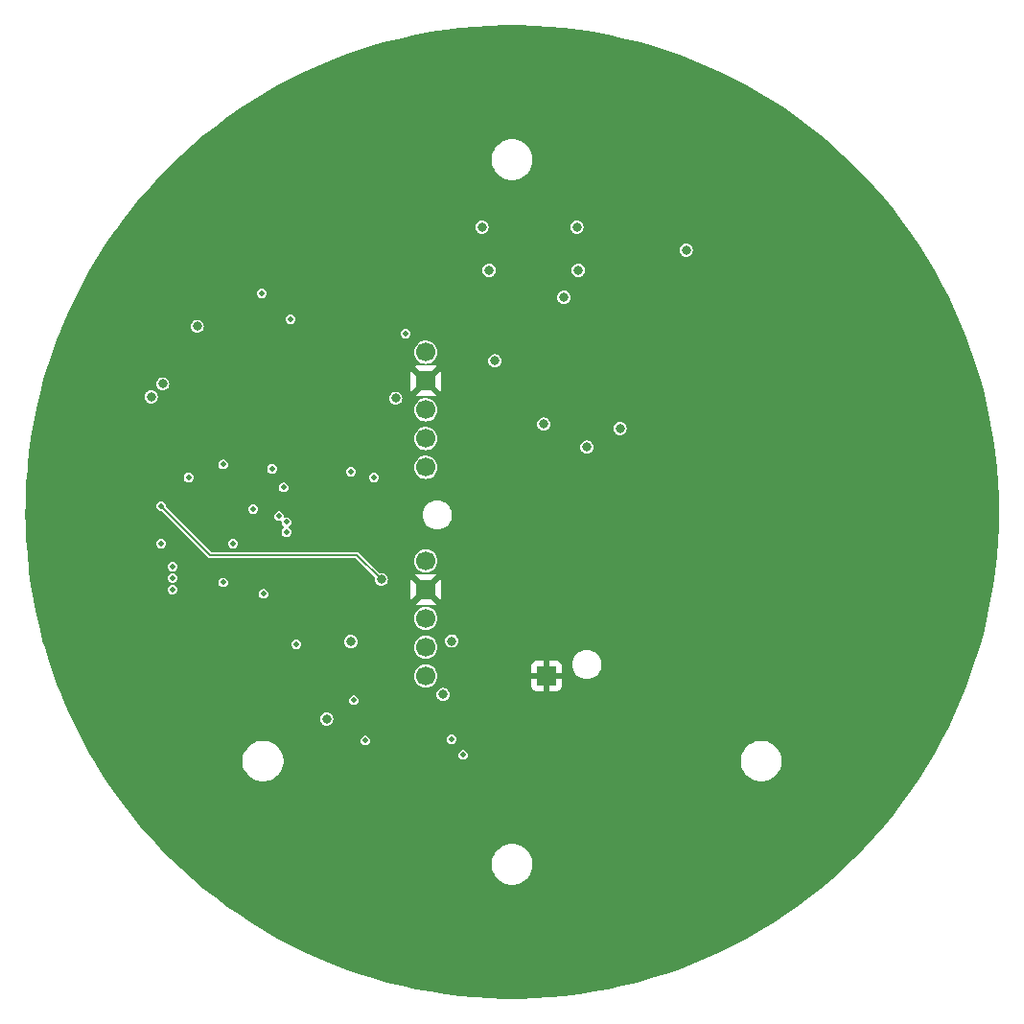
<source format=gbr>
%TF.GenerationSoftware,KiCad,Pcbnew,7.0.7*%
%TF.CreationDate,2023-08-31T16:12:03-04:00*%
%TF.ProjectId,protopico,70726f74-6f70-4696-936f-2e6b69636164,rev?*%
%TF.SameCoordinates,Original*%
%TF.FileFunction,Copper,L3,Inr*%
%TF.FilePolarity,Positive*%
%FSLAX46Y46*%
G04 Gerber Fmt 4.6, Leading zero omitted, Abs format (unit mm)*
G04 Created by KiCad (PCBNEW 7.0.7) date 2023-08-31 16:12:03*
%MOMM*%
%LPD*%
G01*
G04 APERTURE LIST*
%TA.AperFunction,ComponentPad*%
%ADD10C,1.695450*%
%TD*%
%TA.AperFunction,ComponentPad*%
%ADD11R,1.695450X1.695450*%
%TD*%
%TA.AperFunction,ViaPad*%
%ADD12C,0.812800*%
%TD*%
%TA.AperFunction,ViaPad*%
%ADD13C,0.609600*%
%TD*%
%TA.AperFunction,ViaPad*%
%ADD14C,0.500000*%
%TD*%
%TA.AperFunction,Conductor*%
%ADD15C,0.177800*%
%TD*%
G04 APERTURE END LIST*
D10*
%TO.N,5V_PG*%
%TO.C,VR2*%
X142240000Y-114300000D03*
%TO.N,unconnected-(VR2-EN-Pad2)*%
X142240000Y-111760000D03*
%TO.N,+BATT*%
X142240000Y-109220000D03*
D11*
%TO.N,GND*%
X142240000Y-106680000D03*
D10*
%TO.N,+5V*%
X142240000Y-104140000D03*
D11*
%TO.N,GND*%
X152908000Y-114300000D03*
%TD*%
D10*
%TO.N,unconnected-(VR1-PG-Pad1)*%
%TO.C,VR1*%
X142240000Y-95885000D03*
%TO.N,5V_PG*%
X142240000Y-93345000D03*
%TO.N,/3V3_IN*%
X142240000Y-90805000D03*
D11*
%TO.N,GND*%
X142240000Y-88265000D03*
D10*
%TO.N,+3.3V*%
X142240000Y-85725000D03*
%TD*%
D12*
%TO.N,+5V*%
X144526000Y-111215000D03*
%TO.N,GND*%
X135571366Y-134317814D03*
X123458047Y-126223953D03*
X116586000Y-101346000D03*
X184355814Y-114110634D03*
X123458047Y-73420047D03*
X176261953Y-126223953D03*
X187198000Y-99822000D03*
X126614000Y-108712000D03*
X115364186Y-85533366D03*
X138303000Y-99060000D03*
X121666000Y-107696000D03*
X184355814Y-85533366D03*
X164148634Y-65326186D03*
D13*
X120396000Y-91948000D03*
D12*
X124414000Y-113162000D03*
X135571366Y-65326186D03*
D13*
X124968000Y-91186000D03*
X125984000Y-91186000D03*
D12*
X116586000Y-97536000D03*
D14*
X132969000Y-96520000D03*
D12*
X133604000Y-101727000D03*
X112522000Y-99822000D03*
X176276000Y-73406000D03*
X116586000Y-96139000D03*
X126111000Y-107569000D03*
X124714000Y-100330000D03*
X149860000Y-62484000D03*
X123190000Y-108402000D03*
X133693000Y-89497000D03*
X115364186Y-114110634D03*
X164148634Y-134317814D03*
X149860000Y-137160000D03*
D13*
X121412000Y-91948000D03*
D14*
%TO.N,Ring DIN*%
X135636000Y-96266000D03*
D12*
X147828000Y-78486000D03*
D14*
X140462000Y-84074000D03*
D12*
%TO.N,Ring DOUT*%
X155702000Y-78486000D03*
D14*
%TO.N,Fan Tach*%
X130810000Y-111506000D03*
%TO.N,Fan PWM*%
X127889000Y-107061000D03*
%TO.N,SDA1*%
X129286000Y-100203000D03*
%TO.N,SCL1*%
X129921000Y-100711000D03*
%TO.N,UART0 RX*%
X136906000Y-120015000D03*
%TO.N,UART0 TX*%
X135890000Y-116459000D03*
%TO.N,UART1 TX*%
X144526000Y-119888000D03*
%TO.N,UART1 RX*%
X145542000Y-121285000D03*
D12*
%TO.N,Face TX_3.3*%
X156464000Y-94107000D03*
%TO.N,Face SCK_3.3*%
X152654000Y-92075000D03*
%TO.N,Face CS_3.3*%
X159385000Y-92456000D03*
%TO.N,+5V*%
X135622860Y-111265140D03*
X154432000Y-80869000D03*
X133477000Y-118110000D03*
X165227000Y-76708000D03*
X147193000Y-74676000D03*
X143764000Y-115951000D03*
X122047000Y-83439000D03*
X139573000Y-89789000D03*
D14*
%TO.N,+3.3V*%
X124333000Y-106045000D03*
X128651000Y-96012000D03*
X124333000Y-95631000D03*
X137668000Y-96774000D03*
X121285000Y-96774000D03*
X129921000Y-101600000D03*
X127000000Y-99568000D03*
X125222000Y-102616000D03*
X118872000Y-102616000D03*
X129667000Y-97663000D03*
%TO.N,RUN*%
X130302000Y-82804000D03*
X119888000Y-104648000D03*
%TO.N,Net-(R2-Pad2)*%
X127762000Y-80518000D03*
D12*
%TO.N,+BATT*%
X148336000Y-86487000D03*
X155575000Y-74676000D03*
%TO.N,VSENSE*%
X138303000Y-105791000D03*
D14*
X118872000Y-99292000D03*
D12*
%TO.N,D-*%
X117983000Y-89662000D03*
%TO.N,D+*%
X118999000Y-88519000D03*
D14*
%TO.N,/Microcontroller/SWCLK*%
X119888000Y-106680000D03*
%TO.N,/Microcontroller/SWD*%
X119888000Y-105664000D03*
%TD*%
D15*
%TO.N,VSENSE*%
X123212000Y-103632000D02*
X118872000Y-99292000D01*
X136144000Y-103632000D02*
X123212000Y-103632000D01*
X138303000Y-105791000D02*
X136144000Y-103632000D01*
%TD*%
%TA.AperFunction,Conductor*%
%TO.N,GND*%
G36*
X151825684Y-56887474D02*
G01*
X153134109Y-56967390D01*
X154439487Y-57087170D01*
X155740606Y-57246703D01*
X157036254Y-57445842D01*
X158325227Y-57684400D01*
X159606325Y-57962156D01*
X160878357Y-58278851D01*
X162140139Y-58634191D01*
X163390498Y-59027845D01*
X164628270Y-59459448D01*
X165852304Y-59928597D01*
X167061462Y-60434856D01*
X168254618Y-60977754D01*
X169430664Y-61556787D01*
X170588503Y-62171415D01*
X171727061Y-62821067D01*
X172845277Y-63505138D01*
X173942111Y-64222993D01*
X175016544Y-64973962D01*
X176067575Y-65757349D01*
X177094227Y-66572424D01*
X178095544Y-67418428D01*
X179070596Y-68294576D01*
X180018476Y-69200051D01*
X180938301Y-70134012D01*
X181829216Y-71095589D01*
X182690392Y-72083889D01*
X183521028Y-73097992D01*
X184320352Y-74136954D01*
X185087619Y-75199809D01*
X185822117Y-76285569D01*
X186523161Y-77393223D01*
X187190100Y-78521741D01*
X187822314Y-79670073D01*
X188419213Y-80837151D01*
X188980244Y-82021890D01*
X189504884Y-83223187D01*
X189992645Y-84439924D01*
X190443073Y-85670971D01*
X190855749Y-86915181D01*
X191230290Y-88171397D01*
X191566347Y-89438452D01*
X191863607Y-90715165D01*
X192121794Y-92000350D01*
X192340667Y-93292811D01*
X192520024Y-94591345D01*
X192659697Y-95894745D01*
X192759557Y-97201799D01*
X192819510Y-98511290D01*
X192839500Y-99822000D01*
X192819510Y-101132710D01*
X192759557Y-102442201D01*
X192659697Y-103749255D01*
X192520024Y-105052655D01*
X192340667Y-106351189D01*
X192121794Y-107643650D01*
X191863607Y-108928835D01*
X191566347Y-110205548D01*
X191230290Y-111472603D01*
X190855749Y-112728819D01*
X190443073Y-113973029D01*
X189992645Y-115204076D01*
X189504884Y-116420813D01*
X188980244Y-117622110D01*
X188419213Y-118806849D01*
X187822314Y-119973927D01*
X187190100Y-121122259D01*
X186523161Y-122250777D01*
X185822117Y-123358431D01*
X185087619Y-124444191D01*
X184320352Y-125507046D01*
X183521028Y-126546008D01*
X182690392Y-127560111D01*
X181829216Y-128548411D01*
X180938301Y-129509988D01*
X180018476Y-130443949D01*
X179070596Y-131349424D01*
X178095544Y-132225572D01*
X177094227Y-133071576D01*
X176067575Y-133886651D01*
X175016544Y-134670038D01*
X173942111Y-135421007D01*
X172845277Y-136138862D01*
X171727061Y-136822933D01*
X170588503Y-137472585D01*
X169430664Y-138087213D01*
X168254618Y-138666246D01*
X167061462Y-139209144D01*
X165852304Y-139715403D01*
X164628270Y-140184552D01*
X163390498Y-140616155D01*
X162140139Y-141009809D01*
X160878357Y-141365149D01*
X159606325Y-141681844D01*
X158325227Y-141959600D01*
X157036254Y-142198158D01*
X155740606Y-142397297D01*
X154439487Y-142556830D01*
X153134109Y-142676610D01*
X151825684Y-142756526D01*
X150515431Y-142796502D01*
X149204569Y-142796502D01*
X147894316Y-142756526D01*
X146585891Y-142676610D01*
X145280513Y-142556830D01*
X143979394Y-142397297D01*
X142683746Y-142198158D01*
X141394773Y-141959600D01*
X140113675Y-141681844D01*
X138841643Y-141365149D01*
X137579861Y-141009809D01*
X136329502Y-140616155D01*
X135091730Y-140184552D01*
X133867696Y-139715403D01*
X132658538Y-139209144D01*
X131465382Y-138666246D01*
X130289336Y-138087213D01*
X129131497Y-137472585D01*
X127992939Y-136822933D01*
X126874723Y-136138862D01*
X125777889Y-135421007D01*
X124703456Y-134670038D01*
X123652425Y-133886651D01*
X122625773Y-133071576D01*
X121624456Y-132225572D01*
X120649404Y-131349424D01*
X120358912Y-131071928D01*
X148059500Y-131071928D01*
X148099720Y-131338773D01*
X148099722Y-131338782D01*
X148179259Y-131596632D01*
X148179260Y-131596636D01*
X148296349Y-131839774D01*
X148448358Y-132062732D01*
X148448361Y-132062735D01*
X148448365Y-132062741D01*
X148631915Y-132260561D01*
X148631919Y-132260564D01*
X148631922Y-132260567D01*
X148842888Y-132428808D01*
X148842892Y-132428810D01*
X148842898Y-132428815D01*
X149076602Y-132563743D01*
X149327805Y-132662334D01*
X149327807Y-132662334D01*
X149327811Y-132662336D01*
X149446106Y-132689335D01*
X149590897Y-132722383D01*
X149734466Y-132733141D01*
X149792619Y-132737500D01*
X149792624Y-132737500D01*
X149927381Y-132737500D01*
X149979520Y-132733592D01*
X150129103Y-132722383D01*
X150302040Y-132682911D01*
X150392188Y-132662336D01*
X150392190Y-132662335D01*
X150392195Y-132662334D01*
X150643398Y-132563743D01*
X150877102Y-132428815D01*
X151088085Y-132260561D01*
X151271635Y-132062741D01*
X151423651Y-131839775D01*
X151540738Y-131596641D01*
X151620280Y-131338772D01*
X151660500Y-131071929D01*
X151660500Y-130802071D01*
X151620280Y-130535228D01*
X151609458Y-130500145D01*
X151540740Y-130277367D01*
X151540739Y-130277363D01*
X151540738Y-130277359D01*
X151423651Y-130034226D01*
X151367659Y-129952101D01*
X151271641Y-129811267D01*
X151271638Y-129811264D01*
X151271635Y-129811259D01*
X151088085Y-129613439D01*
X151088080Y-129613435D01*
X151088077Y-129613432D01*
X150877111Y-129445191D01*
X150877105Y-129445187D01*
X150877102Y-129445185D01*
X150643398Y-129310257D01*
X150527897Y-129264925D01*
X150392188Y-129211663D01*
X150129103Y-129151617D01*
X149927381Y-129136500D01*
X149927376Y-129136500D01*
X149792624Y-129136500D01*
X149792619Y-129136500D01*
X149590897Y-129151617D01*
X149590895Y-129151617D01*
X149327811Y-129211663D01*
X149076599Y-129310258D01*
X148842888Y-129445191D01*
X148631922Y-129613432D01*
X148631917Y-129613437D01*
X148448358Y-129811267D01*
X148296349Y-130034224D01*
X148179260Y-130277363D01*
X148179259Y-130277367D01*
X148099722Y-130535217D01*
X148099720Y-130535226D01*
X148059500Y-130802071D01*
X148059500Y-131071928D01*
X120358912Y-131071928D01*
X119701524Y-130443949D01*
X118781699Y-129509988D01*
X117890784Y-128548411D01*
X117029608Y-127560111D01*
X116198972Y-126546008D01*
X115399648Y-125507046D01*
X114632381Y-124444191D01*
X113897883Y-123358431D01*
X113196839Y-122250777D01*
X113024140Y-121958555D01*
X126057873Y-121958555D01*
X126098093Y-122225400D01*
X126098095Y-122225409D01*
X126177632Y-122483259D01*
X126177633Y-122483263D01*
X126294722Y-122726401D01*
X126446731Y-122949359D01*
X126446734Y-122949362D01*
X126446738Y-122949368D01*
X126630288Y-123147188D01*
X126630292Y-123147191D01*
X126630295Y-123147194D01*
X126841261Y-123315435D01*
X126841265Y-123315437D01*
X126841271Y-123315442D01*
X127074975Y-123450370D01*
X127326178Y-123548961D01*
X127326180Y-123548961D01*
X127326184Y-123548963D01*
X127444479Y-123575962D01*
X127589270Y-123609010D01*
X127732839Y-123619768D01*
X127790992Y-123624127D01*
X127790997Y-123624127D01*
X127925754Y-123624127D01*
X127977893Y-123620219D01*
X128127476Y-123609010D01*
X128300413Y-123569538D01*
X128390561Y-123548963D01*
X128390563Y-123548962D01*
X128390568Y-123548961D01*
X128641771Y-123450370D01*
X128875475Y-123315442D01*
X129086458Y-123147188D01*
X129270008Y-122949368D01*
X129422024Y-122726402D01*
X129539111Y-122483268D01*
X129618653Y-122225399D01*
X129658873Y-121958556D01*
X129658873Y-121958555D01*
X170061127Y-121958555D01*
X170101347Y-122225400D01*
X170101349Y-122225409D01*
X170180886Y-122483259D01*
X170180887Y-122483263D01*
X170297976Y-122726401D01*
X170449985Y-122949359D01*
X170449988Y-122949362D01*
X170449992Y-122949368D01*
X170633542Y-123147188D01*
X170633546Y-123147191D01*
X170633549Y-123147194D01*
X170844515Y-123315435D01*
X170844519Y-123315437D01*
X170844525Y-123315442D01*
X171078229Y-123450370D01*
X171329432Y-123548961D01*
X171329434Y-123548961D01*
X171329438Y-123548963D01*
X171447733Y-123575962D01*
X171592524Y-123609010D01*
X171736093Y-123619768D01*
X171794246Y-123624127D01*
X171794251Y-123624127D01*
X171929008Y-123624127D01*
X171981147Y-123620219D01*
X172130730Y-123609010D01*
X172303667Y-123569538D01*
X172393815Y-123548963D01*
X172393817Y-123548962D01*
X172393822Y-123548961D01*
X172645025Y-123450370D01*
X172878729Y-123315442D01*
X173089712Y-123147188D01*
X173273262Y-122949368D01*
X173425278Y-122726402D01*
X173542365Y-122483268D01*
X173621907Y-122225399D01*
X173662127Y-121958556D01*
X173662127Y-121688698D01*
X173621907Y-121421855D01*
X173617296Y-121406908D01*
X173579693Y-121285000D01*
X173542365Y-121163986D01*
X173425278Y-120920853D01*
X173369286Y-120838728D01*
X173273268Y-120697894D01*
X173273265Y-120697891D01*
X173273262Y-120697886D01*
X173089712Y-120500066D01*
X173089707Y-120500062D01*
X173089704Y-120500059D01*
X172878738Y-120331818D01*
X172878732Y-120331814D01*
X172878729Y-120331812D01*
X172645025Y-120196884D01*
X172529524Y-120151552D01*
X172393815Y-120098290D01*
X172130730Y-120038244D01*
X171929008Y-120023127D01*
X171929003Y-120023127D01*
X171794251Y-120023127D01*
X171794246Y-120023127D01*
X171592524Y-120038244D01*
X171592522Y-120038244D01*
X171329438Y-120098290D01*
X171078226Y-120196885D01*
X170844515Y-120331818D01*
X170633549Y-120500059D01*
X170633544Y-120500064D01*
X170449985Y-120697894D01*
X170297976Y-120920851D01*
X170180887Y-121163990D01*
X170180886Y-121163994D01*
X170101349Y-121421844D01*
X170101347Y-121421853D01*
X170061127Y-121688698D01*
X170061127Y-121958555D01*
X129658873Y-121958555D01*
X129658873Y-121688698D01*
X129618653Y-121421855D01*
X129614042Y-121406908D01*
X129576439Y-121285000D01*
X129576439Y-121284999D01*
X145109296Y-121284999D01*
X145126823Y-121406905D01*
X145126824Y-121406908D01*
X145133650Y-121421855D01*
X145177986Y-121518937D01*
X145177988Y-121518939D01*
X145258639Y-121612016D01*
X145258640Y-121612017D01*
X145362243Y-121678598D01*
X145362248Y-121678601D01*
X145441029Y-121701733D01*
X145480419Y-121713300D01*
X145480420Y-121713300D01*
X145603580Y-121713300D01*
X145721752Y-121678601D01*
X145825361Y-121612016D01*
X145906014Y-121518937D01*
X145957176Y-121406907D01*
X145974704Y-121285000D01*
X145957176Y-121163093D01*
X145906014Y-121051063D01*
X145825361Y-120957984D01*
X145825360Y-120957983D01*
X145825359Y-120957982D01*
X145721756Y-120891401D01*
X145721753Y-120891399D01*
X145721752Y-120891399D01*
X145721749Y-120891398D01*
X145603581Y-120856700D01*
X145603580Y-120856700D01*
X145480420Y-120856700D01*
X145480419Y-120856700D01*
X145362250Y-120891398D01*
X145362243Y-120891401D01*
X145258640Y-120957982D01*
X145258639Y-120957983D01*
X145177988Y-121051060D01*
X145177985Y-121051065D01*
X145126824Y-121163091D01*
X145126823Y-121163094D01*
X145109296Y-121284999D01*
X129576439Y-121284999D01*
X129539111Y-121163986D01*
X129422024Y-120920853D01*
X129366032Y-120838728D01*
X129270014Y-120697894D01*
X129270011Y-120697891D01*
X129270008Y-120697886D01*
X129086458Y-120500066D01*
X129086453Y-120500062D01*
X129086450Y-120500059D01*
X128875484Y-120331818D01*
X128875478Y-120331814D01*
X128875475Y-120331812D01*
X128641771Y-120196884D01*
X128526270Y-120151552D01*
X128390561Y-120098290D01*
X128127476Y-120038244D01*
X127925754Y-120023127D01*
X127925749Y-120023127D01*
X127790997Y-120023127D01*
X127790992Y-120023127D01*
X127589270Y-120038244D01*
X127589268Y-120038244D01*
X127326184Y-120098290D01*
X127074972Y-120196885D01*
X126841261Y-120331818D01*
X126630295Y-120500059D01*
X126630290Y-120500064D01*
X126446731Y-120697894D01*
X126294722Y-120920851D01*
X126177633Y-121163990D01*
X126177632Y-121163994D01*
X126098095Y-121421844D01*
X126098093Y-121421853D01*
X126057873Y-121688698D01*
X126057873Y-121958555D01*
X113024140Y-121958555D01*
X112529900Y-121122259D01*
X111920299Y-120015000D01*
X136473296Y-120015000D01*
X136490823Y-120136905D01*
X136490824Y-120136907D01*
X136541986Y-120248937D01*
X136600356Y-120316300D01*
X136622639Y-120342016D01*
X136622640Y-120342017D01*
X136726243Y-120408598D01*
X136726248Y-120408601D01*
X136805029Y-120431733D01*
X136844419Y-120443300D01*
X136844420Y-120443300D01*
X136967580Y-120443300D01*
X137085752Y-120408601D01*
X137189361Y-120342016D01*
X137270014Y-120248937D01*
X137321176Y-120136907D01*
X137338704Y-120015000D01*
X137321176Y-119893093D01*
X137318850Y-119888000D01*
X144093296Y-119888000D01*
X144110823Y-120009905D01*
X144110824Y-120009908D01*
X144116861Y-120023127D01*
X144161986Y-120121937D01*
X144242639Y-120215015D01*
X144242639Y-120215016D01*
X144242640Y-120215017D01*
X144346243Y-120281598D01*
X144346248Y-120281601D01*
X144425029Y-120304733D01*
X144464419Y-120316300D01*
X144464420Y-120316300D01*
X144587580Y-120316300D01*
X144705752Y-120281601D01*
X144809361Y-120215016D01*
X144890014Y-120121937D01*
X144941176Y-120009907D01*
X144958704Y-119888000D01*
X144941176Y-119766093D01*
X144890014Y-119654063D01*
X144809361Y-119560984D01*
X144809360Y-119560983D01*
X144809359Y-119560982D01*
X144705756Y-119494401D01*
X144705753Y-119494399D01*
X144705752Y-119494399D01*
X144705749Y-119494398D01*
X144587581Y-119459700D01*
X144587580Y-119459700D01*
X144464420Y-119459700D01*
X144464419Y-119459700D01*
X144346250Y-119494398D01*
X144346243Y-119494401D01*
X144242640Y-119560982D01*
X144242639Y-119560983D01*
X144161988Y-119654060D01*
X144161985Y-119654065D01*
X144110824Y-119766091D01*
X144110823Y-119766094D01*
X144093296Y-119888000D01*
X137318850Y-119888000D01*
X137270014Y-119781063D01*
X137189361Y-119687984D01*
X137189360Y-119687983D01*
X137189359Y-119687982D01*
X137085756Y-119621401D01*
X137085753Y-119621399D01*
X137085752Y-119621399D01*
X137085749Y-119621398D01*
X136967581Y-119586700D01*
X136967580Y-119586700D01*
X136844420Y-119586700D01*
X136844419Y-119586700D01*
X136726250Y-119621398D01*
X136726243Y-119621401D01*
X136622640Y-119687982D01*
X136622639Y-119687983D01*
X136541988Y-119781060D01*
X136541985Y-119781065D01*
X136490824Y-119893091D01*
X136490823Y-119893094D01*
X136473296Y-120015000D01*
X111920299Y-120015000D01*
X111897686Y-119973927D01*
X111300787Y-118806849D01*
X110970796Y-118110001D01*
X132887255Y-118110001D01*
X132907348Y-118262630D01*
X132907349Y-118262633D01*
X132907350Y-118262637D01*
X132966266Y-118404873D01*
X133059987Y-118527013D01*
X133182127Y-118620734D01*
X133324363Y-118679650D01*
X133324367Y-118679650D01*
X133324369Y-118679651D01*
X133476998Y-118699745D01*
X133477000Y-118699745D01*
X133477002Y-118699745D01*
X133629630Y-118679651D01*
X133629630Y-118679650D01*
X133629637Y-118679650D01*
X133771873Y-118620734D01*
X133894013Y-118527013D01*
X133987734Y-118404873D01*
X134046650Y-118262637D01*
X134066745Y-118110000D01*
X134046650Y-117957363D01*
X133987734Y-117815128D01*
X133894013Y-117692987D01*
X133894011Y-117692986D01*
X133894011Y-117692985D01*
X133771874Y-117599267D01*
X133771873Y-117599266D01*
X133629637Y-117540350D01*
X133629634Y-117540349D01*
X133629633Y-117540349D01*
X133629630Y-117540348D01*
X133477002Y-117520255D01*
X133476998Y-117520255D01*
X133324369Y-117540348D01*
X133324359Y-117540351D01*
X133182131Y-117599264D01*
X133059987Y-117692987D01*
X132966264Y-117815131D01*
X132907351Y-117957359D01*
X132907348Y-117957369D01*
X132887255Y-118109998D01*
X132887255Y-118110001D01*
X110970796Y-118110001D01*
X110739756Y-117622110D01*
X110231793Y-116459000D01*
X135457296Y-116459000D01*
X135474823Y-116580905D01*
X135474824Y-116580907D01*
X135525986Y-116692937D01*
X135525988Y-116692939D01*
X135606639Y-116786016D01*
X135606640Y-116786017D01*
X135710243Y-116852598D01*
X135710248Y-116852601D01*
X135789029Y-116875733D01*
X135828419Y-116887300D01*
X135828420Y-116887300D01*
X135951580Y-116887300D01*
X136069752Y-116852601D01*
X136173361Y-116786016D01*
X136254014Y-116692937D01*
X136305176Y-116580907D01*
X136322704Y-116459000D01*
X136305176Y-116337093D01*
X136254014Y-116225063D01*
X136173361Y-116131984D01*
X136173360Y-116131983D01*
X136173359Y-116131982D01*
X136069756Y-116065401D01*
X136069753Y-116065399D01*
X136069752Y-116065399D01*
X136069749Y-116065398D01*
X135951581Y-116030700D01*
X135951580Y-116030700D01*
X135828420Y-116030700D01*
X135828419Y-116030700D01*
X135710250Y-116065398D01*
X135710243Y-116065401D01*
X135606640Y-116131982D01*
X135606639Y-116131983D01*
X135525988Y-116225060D01*
X135525985Y-116225065D01*
X135474824Y-116337091D01*
X135474823Y-116337094D01*
X135457296Y-116459000D01*
X110231793Y-116459000D01*
X110215116Y-116420813D01*
X110026780Y-115951001D01*
X143174255Y-115951001D01*
X143194348Y-116103630D01*
X143194349Y-116103633D01*
X143194350Y-116103637D01*
X143253266Y-116245873D01*
X143346987Y-116368013D01*
X143469127Y-116461734D01*
X143611363Y-116520650D01*
X143611367Y-116520650D01*
X143611369Y-116520651D01*
X143763998Y-116540745D01*
X143764000Y-116540745D01*
X143764002Y-116540745D01*
X143916630Y-116520651D01*
X143916630Y-116520650D01*
X143916637Y-116520650D01*
X144058873Y-116461734D01*
X144181013Y-116368013D01*
X144274734Y-116245873D01*
X144333650Y-116103637D01*
X144353745Y-115951000D01*
X144333650Y-115798363D01*
X144274734Y-115656128D01*
X144181013Y-115533987D01*
X144181011Y-115533986D01*
X144181011Y-115533985D01*
X144058874Y-115440267D01*
X144058873Y-115440266D01*
X143916637Y-115381350D01*
X143916634Y-115381349D01*
X143916633Y-115381349D01*
X143916630Y-115381348D01*
X143764002Y-115361255D01*
X143763998Y-115361255D01*
X143611369Y-115381348D01*
X143611359Y-115381351D01*
X143469131Y-115440264D01*
X143469128Y-115440265D01*
X143469128Y-115440266D01*
X143346987Y-115533987D01*
X143253576Y-115655725D01*
X143253264Y-115656131D01*
X143194351Y-115798359D01*
X143194348Y-115798369D01*
X143174255Y-115950998D01*
X143174255Y-115951001D01*
X110026780Y-115951001D01*
X109727355Y-115204076D01*
X109396562Y-114300000D01*
X141209011Y-114300000D01*
X141228820Y-114501134D01*
X141228821Y-114501136D01*
X141287490Y-114694542D01*
X141287491Y-114694543D01*
X141382760Y-114872781D01*
X141382764Y-114872787D01*
X141510981Y-115029019D01*
X141667213Y-115157236D01*
X141667215Y-115157237D01*
X141667218Y-115157239D01*
X141713595Y-115182028D01*
X141845458Y-115252510D01*
X142038864Y-115311179D01*
X142240000Y-115330989D01*
X142441136Y-115311179D01*
X142634542Y-115252510D01*
X142739662Y-115196322D01*
X151552275Y-115196322D01*
X151558780Y-115256820D01*
X151609827Y-115393684D01*
X151609830Y-115393688D01*
X151697371Y-115510628D01*
X151814311Y-115598169D01*
X151814315Y-115598172D01*
X151951179Y-115649219D01*
X152011677Y-115655724D01*
X152011691Y-115655725D01*
X152654000Y-115655725D01*
X152654000Y-114839721D01*
X152672306Y-114795527D01*
X152716500Y-114777221D01*
X152742462Y-114782869D01*
X152763408Y-114792435D01*
X152784914Y-114795527D01*
X152871664Y-114808000D01*
X152871666Y-114808000D01*
X152944336Y-114808000D01*
X152998463Y-114800217D01*
X153052592Y-114792435D01*
X153073536Y-114782869D01*
X153121340Y-114781161D01*
X153156351Y-114813756D01*
X153162000Y-114839721D01*
X153162000Y-115655725D01*
X153804309Y-115655725D01*
X153804322Y-115655724D01*
X153864820Y-115649219D01*
X154001684Y-115598172D01*
X154001688Y-115598169D01*
X154118628Y-115510628D01*
X154206169Y-115393688D01*
X154206172Y-115393684D01*
X154257219Y-115256820D01*
X154263724Y-115196322D01*
X154263725Y-115196309D01*
X154263725Y-114554000D01*
X153446356Y-114554000D01*
X153402162Y-114535694D01*
X153383856Y-114491500D01*
X153386388Y-114473892D01*
X153415999Y-114373041D01*
X153416000Y-114373040D01*
X153416000Y-114226959D01*
X153415999Y-114226958D01*
X153386388Y-114126108D01*
X153391501Y-114078547D01*
X153428748Y-114048532D01*
X153446356Y-114046000D01*
X154263725Y-114046000D01*
X154263725Y-113403690D01*
X154263724Y-113403677D01*
X154257219Y-113343179D01*
X154235147Y-113284002D01*
X155166362Y-113284002D01*
X155186075Y-113509328D01*
X155186078Y-113509344D01*
X155244617Y-113727814D01*
X155244618Y-113727816D01*
X155340212Y-113932818D01*
X155469952Y-114118107D01*
X155629892Y-114278047D01*
X155697301Y-114325247D01*
X155815181Y-114407787D01*
X155815180Y-114407787D01*
X155917681Y-114455584D01*
X156020182Y-114503381D01*
X156020184Y-114503381D01*
X156020185Y-114503382D01*
X156238655Y-114561921D01*
X156238661Y-114561922D01*
X156238668Y-114561924D01*
X156373867Y-114573752D01*
X156463998Y-114581638D01*
X156464000Y-114581638D01*
X156464002Y-114581638D01*
X156539110Y-114575066D01*
X156689332Y-114561924D01*
X156689341Y-114561921D01*
X156689344Y-114561921D01*
X156907814Y-114503382D01*
X156907813Y-114503382D01*
X156907818Y-114503381D01*
X157112819Y-114407787D01*
X157298106Y-114278048D01*
X157458048Y-114118106D01*
X157587787Y-113932819D01*
X157683381Y-113727818D01*
X157741924Y-113509332D01*
X157761638Y-113284000D01*
X157754841Y-113206315D01*
X157741924Y-113058671D01*
X157741924Y-113058668D01*
X157726694Y-113001830D01*
X157683382Y-112840185D01*
X157683381Y-112840183D01*
X157660441Y-112790989D01*
X157587787Y-112635181D01*
X157575221Y-112617235D01*
X157458047Y-112449892D01*
X157298107Y-112289952D01*
X157180226Y-112207412D01*
X157112819Y-112160213D01*
X157112817Y-112160212D01*
X157112819Y-112160212D01*
X156907816Y-112064618D01*
X156907814Y-112064617D01*
X156689344Y-112006078D01*
X156689328Y-112006075D01*
X156464002Y-111986362D01*
X156463998Y-111986362D01*
X156238671Y-112006075D01*
X156238655Y-112006078D01*
X156020185Y-112064617D01*
X156020183Y-112064618D01*
X155815181Y-112160212D01*
X155629892Y-112289952D01*
X155469952Y-112449892D01*
X155340212Y-112635181D01*
X155244618Y-112840183D01*
X155244617Y-112840185D01*
X155186078Y-113058655D01*
X155186075Y-113058671D01*
X155166362Y-113283997D01*
X155166362Y-113284002D01*
X154235147Y-113284002D01*
X154206172Y-113206315D01*
X154206169Y-113206311D01*
X154118628Y-113089371D01*
X154001688Y-113001830D01*
X154001684Y-113001827D01*
X153864820Y-112950780D01*
X153804322Y-112944275D01*
X153162000Y-112944275D01*
X153162000Y-113760277D01*
X153143694Y-113804471D01*
X153099500Y-113822777D01*
X153073539Y-113817130D01*
X153052593Y-113807565D01*
X153052590Y-113807564D01*
X152944336Y-113792000D01*
X152944334Y-113792000D01*
X152871666Y-113792000D01*
X152871664Y-113792000D01*
X152763409Y-113807564D01*
X152763406Y-113807565D01*
X152742461Y-113817130D01*
X152694656Y-113818836D01*
X152659647Y-113786238D01*
X152654000Y-113760277D01*
X152654000Y-112944275D01*
X152011677Y-112944275D01*
X151951179Y-112950780D01*
X151814315Y-113001827D01*
X151814311Y-113001830D01*
X151697371Y-113089371D01*
X151609830Y-113206311D01*
X151609827Y-113206315D01*
X151558780Y-113343179D01*
X151552275Y-113403677D01*
X151552275Y-114046000D01*
X152369644Y-114046000D01*
X152413838Y-114064306D01*
X152432144Y-114108500D01*
X152429612Y-114126108D01*
X152400000Y-114226958D01*
X152400000Y-114373041D01*
X152429612Y-114473892D01*
X152424499Y-114521453D01*
X152387252Y-114551468D01*
X152369644Y-114554000D01*
X151552275Y-114554000D01*
X151552275Y-115196322D01*
X142739662Y-115196322D01*
X142812787Y-115157236D01*
X142969019Y-115029019D01*
X143097236Y-114872787D01*
X143192510Y-114694542D01*
X143251179Y-114501136D01*
X143270989Y-114300000D01*
X143251179Y-114098864D01*
X143192510Y-113905458D01*
X143114909Y-113760277D01*
X143097239Y-113727218D01*
X143097235Y-113727212D01*
X142969019Y-113570981D01*
X142812787Y-113442764D01*
X142812781Y-113442760D01*
X142700473Y-113382730D01*
X142634542Y-113347490D01*
X142510924Y-113309991D01*
X142441134Y-113288820D01*
X142240000Y-113269011D01*
X142038865Y-113288820D01*
X141915246Y-113326319D01*
X141845458Y-113347490D01*
X141845456Y-113347490D01*
X141845456Y-113347491D01*
X141667218Y-113442760D01*
X141667212Y-113442764D01*
X141510981Y-113570981D01*
X141382764Y-113727212D01*
X141382760Y-113727218D01*
X141307379Y-113868248D01*
X141287490Y-113905458D01*
X141279190Y-113932819D01*
X141228820Y-114098865D01*
X141209011Y-114299999D01*
X141209011Y-114300000D01*
X109396562Y-114300000D01*
X109276927Y-113973029D01*
X108864251Y-112728819D01*
X108499667Y-111505999D01*
X130377296Y-111505999D01*
X130394823Y-111627905D01*
X130394824Y-111627908D01*
X130396699Y-111632013D01*
X130445986Y-111739937D01*
X130484730Y-111784650D01*
X130526639Y-111833016D01*
X130526640Y-111833017D01*
X130560668Y-111854885D01*
X130630248Y-111899601D01*
X130709029Y-111922733D01*
X130748419Y-111934300D01*
X130748420Y-111934300D01*
X130871580Y-111934300D01*
X130989752Y-111899601D01*
X131093361Y-111833016D01*
X131174014Y-111739937D01*
X131225176Y-111627907D01*
X131242704Y-111506000D01*
X131225176Y-111384093D01*
X131174014Y-111272063D01*
X131168016Y-111265141D01*
X135033115Y-111265141D01*
X135053208Y-111417770D01*
X135053209Y-111417773D01*
X135053210Y-111417777D01*
X135112126Y-111560013D01*
X135205847Y-111682153D01*
X135327987Y-111775874D01*
X135470223Y-111834790D01*
X135470227Y-111834790D01*
X135470229Y-111834791D01*
X135622858Y-111854885D01*
X135622860Y-111854885D01*
X135622862Y-111854885D01*
X135775490Y-111834791D01*
X135775490Y-111834790D01*
X135775497Y-111834790D01*
X135917733Y-111775874D01*
X135938420Y-111760000D01*
X141209011Y-111760000D01*
X141228820Y-111961134D01*
X141228821Y-111961136D01*
X141287490Y-112154542D01*
X141322730Y-112220473D01*
X141382760Y-112332781D01*
X141382764Y-112332787D01*
X141510981Y-112489019D01*
X141667213Y-112617236D01*
X141667215Y-112617237D01*
X141667218Y-112617239D01*
X141674887Y-112621338D01*
X141845458Y-112712510D01*
X142038864Y-112771179D01*
X142240000Y-112790989D01*
X142441136Y-112771179D01*
X142634542Y-112712510D01*
X142812787Y-112617236D01*
X142969019Y-112489019D01*
X143097236Y-112332787D01*
X143192510Y-112154542D01*
X143251179Y-111961136D01*
X143270989Y-111760000D01*
X143251179Y-111558864D01*
X143192510Y-111365458D01*
X143112089Y-111215001D01*
X143936255Y-111215001D01*
X143956348Y-111367630D01*
X143956349Y-111367633D01*
X143956350Y-111367637D01*
X144015266Y-111509873D01*
X144108987Y-111632013D01*
X144231127Y-111725734D01*
X144373363Y-111784650D01*
X144373367Y-111784650D01*
X144373369Y-111784651D01*
X144525998Y-111804745D01*
X144526000Y-111804745D01*
X144526002Y-111804745D01*
X144678630Y-111784651D01*
X144678630Y-111784650D01*
X144678637Y-111784650D01*
X144820873Y-111725734D01*
X144943013Y-111632013D01*
X145036734Y-111509873D01*
X145095650Y-111367637D01*
X145115745Y-111215000D01*
X145112087Y-111187218D01*
X145095651Y-111062369D01*
X145095650Y-111062367D01*
X145095650Y-111062363D01*
X145036734Y-110920128D01*
X144943013Y-110797987D01*
X144943011Y-110797986D01*
X144943011Y-110797985D01*
X144820874Y-110704267D01*
X144820873Y-110704266D01*
X144678637Y-110645350D01*
X144678634Y-110645349D01*
X144678633Y-110645349D01*
X144678630Y-110645348D01*
X144526002Y-110625255D01*
X144525998Y-110625255D01*
X144373369Y-110645348D01*
X144373359Y-110645351D01*
X144231131Y-110704264D01*
X144231128Y-110704265D01*
X144231128Y-110704266D01*
X144173062Y-110748821D01*
X144108987Y-110797987D01*
X144015264Y-110920131D01*
X143956351Y-111062359D01*
X143956348Y-111062369D01*
X143936255Y-111214998D01*
X143936255Y-111215001D01*
X143112089Y-111215001D01*
X143097239Y-111187218D01*
X143097235Y-111187212D01*
X142969019Y-111030981D01*
X142812787Y-110902764D01*
X142812781Y-110902760D01*
X142700473Y-110842730D01*
X142634542Y-110807490D01*
X142510924Y-110769991D01*
X142441134Y-110748820D01*
X142240000Y-110729011D01*
X142038865Y-110748820D01*
X141915246Y-110786319D01*
X141845458Y-110807490D01*
X141845456Y-110807490D01*
X141845456Y-110807491D01*
X141667218Y-110902760D01*
X141667212Y-110902764D01*
X141510981Y-111030981D01*
X141382764Y-111187212D01*
X141382760Y-111187218D01*
X141287491Y-111365456D01*
X141287490Y-111365458D01*
X141271619Y-111417777D01*
X141228820Y-111558865D01*
X141209011Y-111759999D01*
X141209011Y-111760000D01*
X135938420Y-111760000D01*
X136039873Y-111682153D01*
X136133594Y-111560013D01*
X136192510Y-111417777D01*
X136192511Y-111417770D01*
X136212605Y-111265141D01*
X136212605Y-111265138D01*
X136192511Y-111112509D01*
X136192510Y-111112507D01*
X136192510Y-111112503D01*
X136133594Y-110970268D01*
X136039873Y-110848127D01*
X136039871Y-110848126D01*
X136039871Y-110848125D01*
X135917734Y-110754407D01*
X135917733Y-110754406D01*
X135775497Y-110695490D01*
X135775494Y-110695489D01*
X135775493Y-110695489D01*
X135775490Y-110695488D01*
X135622862Y-110675395D01*
X135622858Y-110675395D01*
X135470229Y-110695488D01*
X135470219Y-110695491D01*
X135327991Y-110754404D01*
X135327988Y-110754405D01*
X135327988Y-110754406D01*
X135205847Y-110848127D01*
X135150600Y-110920128D01*
X135112124Y-110970271D01*
X135053211Y-111112499D01*
X135053208Y-111112509D01*
X135033115Y-111265138D01*
X135033115Y-111265141D01*
X131168016Y-111265141D01*
X131093361Y-111178984D01*
X131093360Y-111178983D01*
X131093359Y-111178982D01*
X130989756Y-111112401D01*
X130989753Y-111112399D01*
X130989752Y-111112399D01*
X130989749Y-111112398D01*
X130871581Y-111077700D01*
X130871580Y-111077700D01*
X130748420Y-111077700D01*
X130748419Y-111077700D01*
X130630250Y-111112398D01*
X130630243Y-111112401D01*
X130526640Y-111178982D01*
X130526639Y-111178983D01*
X130445988Y-111272060D01*
X130445985Y-111272065D01*
X130394824Y-111384091D01*
X130394823Y-111384094D01*
X130377296Y-111505999D01*
X108499667Y-111505999D01*
X108489710Y-111472603D01*
X108153653Y-110205548D01*
X107924186Y-109220000D01*
X141209011Y-109220000D01*
X141228820Y-109421134D01*
X141228821Y-109421136D01*
X141287490Y-109614542D01*
X141287491Y-109614543D01*
X141382760Y-109792781D01*
X141382764Y-109792787D01*
X141510981Y-109949019D01*
X141667213Y-110077236D01*
X141667215Y-110077237D01*
X141667218Y-110077239D01*
X141713595Y-110102028D01*
X141845458Y-110172510D01*
X142038864Y-110231179D01*
X142240000Y-110250989D01*
X142441136Y-110231179D01*
X142634542Y-110172510D01*
X142812787Y-110077236D01*
X142969019Y-109949019D01*
X143097236Y-109792787D01*
X143192510Y-109614542D01*
X143251179Y-109421136D01*
X143270989Y-109220000D01*
X143251179Y-109018864D01*
X143192510Y-108825458D01*
X143097236Y-108647213D01*
X142969019Y-108490981D01*
X142812787Y-108362764D01*
X142812781Y-108362760D01*
X142700473Y-108302730D01*
X142634542Y-108267490D01*
X142510924Y-108229991D01*
X142441134Y-108208820D01*
X142240000Y-108189011D01*
X142038865Y-108208820D01*
X141915246Y-108246319D01*
X141845458Y-108267490D01*
X141845456Y-108267490D01*
X141845456Y-108267491D01*
X141667218Y-108362760D01*
X141667212Y-108362764D01*
X141510981Y-108490981D01*
X141382764Y-108647212D01*
X141382760Y-108647218D01*
X141287491Y-108825456D01*
X141228820Y-109018865D01*
X141209011Y-109219999D01*
X141209011Y-109220000D01*
X107924186Y-109220000D01*
X107856393Y-108928835D01*
X107598206Y-107643650D01*
X107586804Y-107576322D01*
X140884275Y-107576322D01*
X140890780Y-107636820D01*
X140899795Y-107660991D01*
X140899796Y-107660991D01*
X141677011Y-106883776D01*
X141721205Y-106865470D01*
X141765399Y-106883776D01*
X141773783Y-106894180D01*
X141852129Y-107016088D01*
X141852131Y-107016090D01*
X141962526Y-107111749D01*
X141962527Y-107111750D01*
X141962530Y-107111752D01*
X141991683Y-107125065D01*
X142021327Y-107138604D01*
X142053923Y-107173614D01*
X142052216Y-107221419D01*
X142039558Y-107239650D01*
X141259006Y-108020202D01*
X141283178Y-108029218D01*
X141283186Y-108029220D01*
X141343677Y-108035724D01*
X141343691Y-108035725D01*
X143136309Y-108035725D01*
X143136322Y-108035724D01*
X143196816Y-108029220D01*
X143220991Y-108020202D01*
X143220992Y-108020202D01*
X142440440Y-107239650D01*
X142422134Y-107195456D01*
X142440440Y-107151262D01*
X142458669Y-107138605D01*
X142517470Y-107111752D01*
X142627869Y-107016090D01*
X142706217Y-106894177D01*
X142745507Y-106866898D01*
X142792583Y-106875391D01*
X142802987Y-106883776D01*
X143580202Y-107660991D01*
X143589220Y-107636816D01*
X143595724Y-107576322D01*
X143595725Y-107576309D01*
X143595725Y-105783690D01*
X143595724Y-105783677D01*
X143589220Y-105723186D01*
X143589218Y-105723178D01*
X143580202Y-105699007D01*
X143580202Y-105699006D01*
X142802987Y-106476222D01*
X142758793Y-106494528D01*
X142714599Y-106476222D01*
X142706215Y-106465818D01*
X142627870Y-106343911D01*
X142627868Y-106343909D01*
X142517473Y-106248250D01*
X142517468Y-106248247D01*
X142458670Y-106221395D01*
X142426074Y-106186385D01*
X142427781Y-106138580D01*
X142440439Y-106120349D01*
X143220991Y-105339796D01*
X143220991Y-105339795D01*
X143196820Y-105330780D01*
X143136322Y-105324275D01*
X141343677Y-105324275D01*
X141283181Y-105330780D01*
X141259007Y-105339796D01*
X142039559Y-106120349D01*
X142057865Y-106164543D01*
X142039559Y-106208737D01*
X142021329Y-106221395D01*
X141962528Y-106248248D01*
X141962526Y-106248250D01*
X141852131Y-106343909D01*
X141852129Y-106343911D01*
X141773784Y-106465819D01*
X141734491Y-106493101D01*
X141687416Y-106484607D01*
X141677012Y-106476223D01*
X140899796Y-105699007D01*
X140890780Y-105723181D01*
X140884275Y-105783677D01*
X140884275Y-107576322D01*
X107586804Y-107576322D01*
X107435016Y-106680000D01*
X119455296Y-106680000D01*
X119472823Y-106801905D01*
X119472824Y-106801907D01*
X119523986Y-106913937D01*
X119523988Y-106913939D01*
X119604639Y-107007016D01*
X119604640Y-107007017D01*
X119618760Y-107016091D01*
X119708248Y-107073601D01*
X119787029Y-107096733D01*
X119826419Y-107108300D01*
X119826420Y-107108300D01*
X119949580Y-107108300D01*
X120067752Y-107073601D01*
X120087360Y-107061000D01*
X127456296Y-107061000D01*
X127473823Y-107182905D01*
X127473824Y-107182908D01*
X127479555Y-107195456D01*
X127524986Y-107294937D01*
X127524988Y-107294939D01*
X127605639Y-107388016D01*
X127605640Y-107388017D01*
X127709243Y-107454598D01*
X127709248Y-107454601D01*
X127788029Y-107477733D01*
X127827419Y-107489300D01*
X127827420Y-107489300D01*
X127950580Y-107489300D01*
X128068752Y-107454601D01*
X128172361Y-107388016D01*
X128253014Y-107294937D01*
X128304176Y-107182907D01*
X128321704Y-107061000D01*
X128304176Y-106939093D01*
X128253014Y-106827063D01*
X128172361Y-106733984D01*
X128172360Y-106733983D01*
X128172359Y-106733982D01*
X128068756Y-106667401D01*
X128068753Y-106667399D01*
X128068752Y-106667399D01*
X128068749Y-106667398D01*
X127950581Y-106632700D01*
X127950580Y-106632700D01*
X127827420Y-106632700D01*
X127827419Y-106632700D01*
X127709250Y-106667398D01*
X127709243Y-106667401D01*
X127605640Y-106733982D01*
X127605639Y-106733983D01*
X127524988Y-106827060D01*
X127524985Y-106827065D01*
X127473824Y-106939091D01*
X127473823Y-106939094D01*
X127456296Y-107061000D01*
X120087360Y-107061000D01*
X120171361Y-107007016D01*
X120252014Y-106913937D01*
X120303176Y-106801907D01*
X120320704Y-106680000D01*
X120303176Y-106558093D01*
X120252014Y-106446063D01*
X120171361Y-106352984D01*
X120171360Y-106352983D01*
X120171359Y-106352982D01*
X120067756Y-106286401D01*
X120067753Y-106286399D01*
X120067752Y-106286399D01*
X120067749Y-106286398D01*
X119949581Y-106251700D01*
X119949580Y-106251700D01*
X119826420Y-106251700D01*
X119826419Y-106251700D01*
X119708250Y-106286398D01*
X119708243Y-106286401D01*
X119604640Y-106352982D01*
X119604639Y-106352983D01*
X119523988Y-106446060D01*
X119523985Y-106446065D01*
X119472824Y-106558091D01*
X119472823Y-106558094D01*
X119455296Y-106680000D01*
X107435016Y-106680000D01*
X107379333Y-106351189D01*
X107284417Y-105664000D01*
X119455296Y-105664000D01*
X119472823Y-105785905D01*
X119472824Y-105785908D01*
X119475150Y-105791001D01*
X119523986Y-105897937D01*
X119523988Y-105897939D01*
X119604639Y-105991016D01*
X119604640Y-105991017D01*
X119688640Y-106045000D01*
X119708248Y-106057601D01*
X119787029Y-106080733D01*
X119826419Y-106092300D01*
X119826420Y-106092300D01*
X119949580Y-106092300D01*
X120067752Y-106057601D01*
X120087360Y-106045000D01*
X123900296Y-106045000D01*
X123917823Y-106166905D01*
X123917824Y-106166908D01*
X123926719Y-106186385D01*
X123968986Y-106278937D01*
X123968988Y-106278939D01*
X124049639Y-106372016D01*
X124049640Y-106372017D01*
X124153243Y-106438598D01*
X124153248Y-106438601D01*
X124232029Y-106461733D01*
X124271419Y-106473300D01*
X124271420Y-106473300D01*
X124394580Y-106473300D01*
X124512752Y-106438601D01*
X124616361Y-106372016D01*
X124697014Y-106278937D01*
X124748176Y-106166907D01*
X124765704Y-106045000D01*
X124748176Y-105923093D01*
X124697014Y-105811063D01*
X124616361Y-105717984D01*
X124616360Y-105717983D01*
X124616359Y-105717982D01*
X124512756Y-105651401D01*
X124512753Y-105651399D01*
X124512752Y-105651399D01*
X124468377Y-105638369D01*
X124394581Y-105616700D01*
X124394580Y-105616700D01*
X124271420Y-105616700D01*
X124271419Y-105616700D01*
X124153250Y-105651398D01*
X124153243Y-105651401D01*
X124049640Y-105717982D01*
X124049639Y-105717983D01*
X123968988Y-105811060D01*
X123968985Y-105811065D01*
X123917824Y-105923091D01*
X123917823Y-105923094D01*
X123900296Y-106045000D01*
X120087360Y-106045000D01*
X120171361Y-105991016D01*
X120252014Y-105897937D01*
X120303176Y-105785907D01*
X120320704Y-105664000D01*
X120303176Y-105542093D01*
X120252014Y-105430063D01*
X120171361Y-105336984D01*
X120171360Y-105336983D01*
X120171359Y-105336982D01*
X120067756Y-105270401D01*
X120067753Y-105270399D01*
X120067752Y-105270399D01*
X120067749Y-105270398D01*
X119949581Y-105235700D01*
X119949580Y-105235700D01*
X119826420Y-105235700D01*
X119826419Y-105235700D01*
X119708250Y-105270398D01*
X119708243Y-105270401D01*
X119604640Y-105336982D01*
X119604639Y-105336983D01*
X119523988Y-105430060D01*
X119523985Y-105430065D01*
X119472824Y-105542091D01*
X119472823Y-105542094D01*
X119455296Y-105664000D01*
X107284417Y-105664000D01*
X107199976Y-105052655D01*
X107156613Y-104648000D01*
X119455296Y-104648000D01*
X119472823Y-104769905D01*
X119472824Y-104769907D01*
X119523986Y-104881937D01*
X119523988Y-104881939D01*
X119604639Y-104975016D01*
X119604640Y-104975017D01*
X119708243Y-105041598D01*
X119708248Y-105041601D01*
X119787029Y-105064733D01*
X119826419Y-105076300D01*
X119826420Y-105076300D01*
X119949580Y-105076300D01*
X120067752Y-105041601D01*
X120171361Y-104975016D01*
X120252014Y-104881937D01*
X120303176Y-104769907D01*
X120320704Y-104648000D01*
X120303176Y-104526093D01*
X120252014Y-104414063D01*
X120171361Y-104320984D01*
X120171360Y-104320983D01*
X120171359Y-104320982D01*
X120067756Y-104254401D01*
X120067753Y-104254399D01*
X120067752Y-104254399D01*
X120067749Y-104254398D01*
X119949581Y-104219700D01*
X119949580Y-104219700D01*
X119826420Y-104219700D01*
X119826419Y-104219700D01*
X119708250Y-104254398D01*
X119708243Y-104254401D01*
X119604640Y-104320982D01*
X119604639Y-104320983D01*
X119523988Y-104414060D01*
X119523985Y-104414065D01*
X119472824Y-104526091D01*
X119472823Y-104526094D01*
X119455296Y-104648000D01*
X107156613Y-104648000D01*
X107060303Y-103749255D01*
X106973721Y-102616000D01*
X118439296Y-102616000D01*
X118456823Y-102737905D01*
X118456824Y-102737907D01*
X118507986Y-102849937D01*
X118507988Y-102849939D01*
X118588639Y-102943016D01*
X118588640Y-102943017D01*
X118692243Y-103009598D01*
X118692248Y-103009601D01*
X118771029Y-103032733D01*
X118810419Y-103044300D01*
X118810420Y-103044300D01*
X118933580Y-103044300D01*
X119051752Y-103009601D01*
X119155361Y-102943016D01*
X119236014Y-102849937D01*
X119287176Y-102737907D01*
X119304704Y-102616000D01*
X119287176Y-102494093D01*
X119236014Y-102382063D01*
X119155361Y-102288984D01*
X119155360Y-102288983D01*
X119155359Y-102288982D01*
X119051756Y-102222401D01*
X119051753Y-102222399D01*
X119051752Y-102222399D01*
X119051749Y-102222398D01*
X118933581Y-102187700D01*
X118933580Y-102187700D01*
X118810420Y-102187700D01*
X118810419Y-102187700D01*
X118692250Y-102222398D01*
X118692243Y-102222401D01*
X118588640Y-102288982D01*
X118588639Y-102288983D01*
X118507988Y-102382060D01*
X118507985Y-102382065D01*
X118456824Y-102494091D01*
X118456823Y-102494094D01*
X118439296Y-102616000D01*
X106973721Y-102616000D01*
X106960443Y-102442201D01*
X106900490Y-101132710D01*
X106880500Y-99822000D01*
X106888583Y-99292000D01*
X118439296Y-99292000D01*
X118456823Y-99413905D01*
X118456824Y-99413907D01*
X118507986Y-99525937D01*
X118507988Y-99525939D01*
X118588639Y-99619016D01*
X118588640Y-99619017D01*
X118692243Y-99685598D01*
X118692248Y-99685601D01*
X118771029Y-99708733D01*
X118810419Y-99720300D01*
X118810420Y-99720300D01*
X118896534Y-99720300D01*
X118940728Y-99738606D01*
X123000095Y-103797973D01*
X123007868Y-103807444D01*
X123019356Y-103824638D01*
X123019359Y-103824641D01*
X123041671Y-103839549D01*
X123107744Y-103883697D01*
X123212000Y-103904436D01*
X123232284Y-103900400D01*
X123244478Y-103899200D01*
X136007434Y-103899200D01*
X136051628Y-103917506D01*
X137716108Y-105581986D01*
X137734414Y-105626180D01*
X137733879Y-105634338D01*
X137713255Y-105790998D01*
X137713255Y-105791001D01*
X137733348Y-105943630D01*
X137733349Y-105943633D01*
X137733350Y-105943637D01*
X137792266Y-106085873D01*
X137885987Y-106208013D01*
X138008127Y-106301734D01*
X138150363Y-106360650D01*
X138150367Y-106360650D01*
X138150369Y-106360651D01*
X138302998Y-106380745D01*
X138303000Y-106380745D01*
X138303002Y-106380745D01*
X138455630Y-106360651D01*
X138455630Y-106360650D01*
X138455637Y-106360650D01*
X138597873Y-106301734D01*
X138720013Y-106208013D01*
X138813734Y-106085873D01*
X138872650Y-105943637D01*
X138878667Y-105897934D01*
X138892745Y-105791001D01*
X138892745Y-105790998D01*
X138872651Y-105638369D01*
X138872650Y-105638367D01*
X138872650Y-105638363D01*
X138813734Y-105496128D01*
X138720013Y-105373987D01*
X138720011Y-105373986D01*
X138720011Y-105373985D01*
X138597874Y-105280267D01*
X138597873Y-105280266D01*
X138455637Y-105221350D01*
X138455634Y-105221349D01*
X138455633Y-105221349D01*
X138455630Y-105221348D01*
X138303002Y-105201255D01*
X138302998Y-105201255D01*
X138146338Y-105221879D01*
X138100132Y-105209498D01*
X138093986Y-105204108D01*
X137029878Y-104140000D01*
X141209011Y-104140000D01*
X141228820Y-104341134D01*
X141228821Y-104341136D01*
X141287490Y-104534542D01*
X141287491Y-104534543D01*
X141382760Y-104712781D01*
X141382764Y-104712787D01*
X141510981Y-104869019D01*
X141667213Y-104997236D01*
X141667215Y-104997237D01*
X141667218Y-104997239D01*
X141713595Y-105022028D01*
X141845458Y-105092510D01*
X142038864Y-105151179D01*
X142240000Y-105170989D01*
X142441136Y-105151179D01*
X142634542Y-105092510D01*
X142812787Y-104997236D01*
X142969019Y-104869019D01*
X143097236Y-104712787D01*
X143192510Y-104534542D01*
X143251179Y-104341136D01*
X143270989Y-104140000D01*
X143251179Y-103938864D01*
X143192510Y-103745458D01*
X143097236Y-103567213D01*
X142969019Y-103410981D01*
X142812787Y-103282764D01*
X142812781Y-103282760D01*
X142700473Y-103222730D01*
X142634542Y-103187490D01*
X142510924Y-103149991D01*
X142441134Y-103128820D01*
X142240000Y-103109011D01*
X142038865Y-103128820D01*
X141915246Y-103166319D01*
X141845458Y-103187490D01*
X141845456Y-103187490D01*
X141845456Y-103187491D01*
X141667218Y-103282760D01*
X141667212Y-103282764D01*
X141510981Y-103410981D01*
X141382764Y-103567212D01*
X141382760Y-103567218D01*
X141287491Y-103745456D01*
X141287490Y-103745458D01*
X141271560Y-103797973D01*
X141228820Y-103938865D01*
X141209011Y-104139999D01*
X141209011Y-104140000D01*
X137029878Y-104140000D01*
X136355901Y-103466023D01*
X136348132Y-103456557D01*
X136336641Y-103439359D01*
X136294170Y-103410981D01*
X136248257Y-103380303D01*
X136144000Y-103359564D01*
X136123716Y-103363599D01*
X136111522Y-103364800D01*
X123348566Y-103364800D01*
X123304372Y-103346494D01*
X122573878Y-102616000D01*
X124789296Y-102616000D01*
X124806823Y-102737905D01*
X124806824Y-102737907D01*
X124857986Y-102849937D01*
X124857988Y-102849939D01*
X124938639Y-102943016D01*
X124938640Y-102943017D01*
X125042243Y-103009598D01*
X125042248Y-103009601D01*
X125121029Y-103032733D01*
X125160419Y-103044300D01*
X125160420Y-103044300D01*
X125283580Y-103044300D01*
X125401752Y-103009601D01*
X125505361Y-102943016D01*
X125586014Y-102849937D01*
X125637176Y-102737907D01*
X125654704Y-102616000D01*
X125637176Y-102494093D01*
X125586014Y-102382063D01*
X125505361Y-102288984D01*
X125505360Y-102288983D01*
X125505359Y-102288982D01*
X125401756Y-102222401D01*
X125401753Y-102222399D01*
X125401752Y-102222399D01*
X125401749Y-102222398D01*
X125283581Y-102187700D01*
X125283580Y-102187700D01*
X125160420Y-102187700D01*
X125160419Y-102187700D01*
X125042250Y-102222398D01*
X125042243Y-102222401D01*
X124938640Y-102288982D01*
X124938639Y-102288983D01*
X124857988Y-102382060D01*
X124857985Y-102382065D01*
X124806824Y-102494091D01*
X124806823Y-102494094D01*
X124789296Y-102616000D01*
X122573878Y-102616000D01*
X120160877Y-100202999D01*
X128853296Y-100202999D01*
X128870823Y-100324905D01*
X128870824Y-100324907D01*
X128921986Y-100436937D01*
X128956753Y-100477060D01*
X129002639Y-100530016D01*
X129002640Y-100530017D01*
X129106243Y-100596598D01*
X129106248Y-100596601D01*
X129185029Y-100619733D01*
X129224419Y-100631300D01*
X129224420Y-100631300D01*
X129347580Y-100631300D01*
X129413149Y-100612047D01*
X129460711Y-100617160D01*
X129490726Y-100654406D01*
X129492622Y-100680909D01*
X129488296Y-100710999D01*
X129505823Y-100832905D01*
X129505824Y-100832907D01*
X129556986Y-100944937D01*
X129637638Y-101038016D01*
X129637639Y-101038016D01*
X129637640Y-101038017D01*
X129738634Y-101102922D01*
X129765916Y-101142215D01*
X129757422Y-101189290D01*
X129738634Y-101208078D01*
X129637640Y-101272982D01*
X129637639Y-101272983D01*
X129556988Y-101366060D01*
X129556985Y-101366065D01*
X129505824Y-101478091D01*
X129505823Y-101478094D01*
X129488296Y-101600000D01*
X129505823Y-101721905D01*
X129505824Y-101721907D01*
X129556986Y-101833937D01*
X129556988Y-101833939D01*
X129637639Y-101927016D01*
X129637640Y-101927017D01*
X129741243Y-101993598D01*
X129741248Y-101993601D01*
X129820029Y-102016733D01*
X129859419Y-102028300D01*
X129859420Y-102028300D01*
X129982580Y-102028300D01*
X130100752Y-101993601D01*
X130204361Y-101927016D01*
X130285014Y-101833937D01*
X130336176Y-101721907D01*
X130353704Y-101600000D01*
X130336176Y-101478093D01*
X130285014Y-101366063D01*
X130204361Y-101272984D01*
X130204360Y-101272983D01*
X130204359Y-101272982D01*
X130103365Y-101208078D01*
X130076083Y-101168786D01*
X130084577Y-101121710D01*
X130103365Y-101102922D01*
X130204359Y-101038017D01*
X130204358Y-101038017D01*
X130204361Y-101038016D01*
X130285014Y-100944937D01*
X130336176Y-100832907D01*
X130353704Y-100711000D01*
X130336176Y-100589093D01*
X130285014Y-100477063D01*
X130204361Y-100383984D01*
X130204360Y-100383983D01*
X130204359Y-100383982D01*
X130100756Y-100317401D01*
X130100753Y-100317399D01*
X130100752Y-100317399D01*
X130046034Y-100301332D01*
X129982581Y-100282700D01*
X129982580Y-100282700D01*
X129859420Y-100282700D01*
X129859418Y-100282700D01*
X129793849Y-100301953D01*
X129746288Y-100296840D01*
X129716273Y-100259593D01*
X129714377Y-100233092D01*
X129718704Y-100203000D01*
X129701176Y-100081093D01*
X129698851Y-100076002D01*
X141958362Y-100076002D01*
X141978075Y-100301328D01*
X141978078Y-100301344D01*
X142036617Y-100519814D01*
X142036618Y-100519816D01*
X142132212Y-100724818D01*
X142261952Y-100910107D01*
X142421892Y-101070047D01*
X142468843Y-101102922D01*
X142607181Y-101199787D01*
X142607180Y-101199787D01*
X142709681Y-101247584D01*
X142812182Y-101295381D01*
X142812184Y-101295381D01*
X142812185Y-101295382D01*
X143030655Y-101353921D01*
X143030661Y-101353922D01*
X143030668Y-101353924D01*
X143165867Y-101365752D01*
X143255998Y-101373638D01*
X143256000Y-101373638D01*
X143256002Y-101373638D01*
X143331110Y-101367066D01*
X143481332Y-101353924D01*
X143481341Y-101353921D01*
X143481344Y-101353921D01*
X143699814Y-101295382D01*
X143699813Y-101295382D01*
X143699818Y-101295381D01*
X143904819Y-101199787D01*
X144090106Y-101070048D01*
X144250048Y-100910106D01*
X144379787Y-100724819D01*
X144475381Y-100519818D01*
X144527608Y-100324905D01*
X144533921Y-100301344D01*
X144533921Y-100301341D01*
X144533924Y-100301332D01*
X144553192Y-100081094D01*
X144553638Y-100076002D01*
X144553638Y-100075997D01*
X144536139Y-99875983D01*
X144533924Y-99850668D01*
X144526242Y-99822000D01*
X144475382Y-99632185D01*
X144475381Y-99632183D01*
X144469241Y-99619016D01*
X144379787Y-99427181D01*
X144334186Y-99362056D01*
X144250047Y-99241892D01*
X144090107Y-99081952D01*
X143923055Y-98964982D01*
X143904819Y-98952213D01*
X143904817Y-98952212D01*
X143904819Y-98952212D01*
X143699816Y-98856618D01*
X143699814Y-98856617D01*
X143481344Y-98798078D01*
X143481328Y-98798075D01*
X143256002Y-98778362D01*
X143255998Y-98778362D01*
X143030671Y-98798075D01*
X143030655Y-98798078D01*
X142812185Y-98856617D01*
X142812183Y-98856618D01*
X142607181Y-98952212D01*
X142421892Y-99081952D01*
X142261952Y-99241892D01*
X142132212Y-99427181D01*
X142036618Y-99632183D01*
X142036617Y-99632185D01*
X141978078Y-99850655D01*
X141978075Y-99850671D01*
X141958362Y-100075997D01*
X141958362Y-100076002D01*
X129698851Y-100076002D01*
X129650014Y-99969063D01*
X129569361Y-99875984D01*
X129569360Y-99875983D01*
X129569359Y-99875982D01*
X129465756Y-99809401D01*
X129465753Y-99809399D01*
X129465752Y-99809399D01*
X129465749Y-99809398D01*
X129347581Y-99774700D01*
X129347580Y-99774700D01*
X129224420Y-99774700D01*
X129224419Y-99774700D01*
X129106250Y-99809398D01*
X129106243Y-99809401D01*
X129002640Y-99875982D01*
X129002639Y-99875983D01*
X128921988Y-99969060D01*
X128921985Y-99969065D01*
X128870824Y-100081091D01*
X128870823Y-100081094D01*
X128853296Y-100202999D01*
X120160877Y-100202999D01*
X119525878Y-99568000D01*
X126567296Y-99568000D01*
X126584823Y-99689905D01*
X126584824Y-99689907D01*
X126635986Y-99801937D01*
X126678214Y-99850671D01*
X126716639Y-99895016D01*
X126716640Y-99895017D01*
X126820243Y-99961598D01*
X126820248Y-99961601D01*
X126899029Y-99984733D01*
X126938419Y-99996300D01*
X126938420Y-99996300D01*
X127061580Y-99996300D01*
X127179752Y-99961601D01*
X127283361Y-99895016D01*
X127364014Y-99801937D01*
X127415176Y-99689907D01*
X127432704Y-99568000D01*
X127415176Y-99446093D01*
X127364014Y-99334063D01*
X127283361Y-99240984D01*
X127283360Y-99240983D01*
X127283359Y-99240982D01*
X127179756Y-99174401D01*
X127179753Y-99174399D01*
X127179752Y-99174399D01*
X127165091Y-99170094D01*
X127061581Y-99139700D01*
X127061580Y-99139700D01*
X126938420Y-99139700D01*
X126938419Y-99139700D01*
X126820250Y-99174398D01*
X126820243Y-99174401D01*
X126716640Y-99240982D01*
X126716639Y-99240983D01*
X126635988Y-99334060D01*
X126635985Y-99334065D01*
X126584824Y-99446091D01*
X126584823Y-99446094D01*
X126567296Y-99568000D01*
X119525878Y-99568000D01*
X119319934Y-99362056D01*
X119301628Y-99317862D01*
X119302264Y-99308966D01*
X119303012Y-99303765D01*
X119304704Y-99292000D01*
X119287176Y-99170093D01*
X119236014Y-99058063D01*
X119155361Y-98964984D01*
X119155360Y-98964983D01*
X119155359Y-98964982D01*
X119051756Y-98898401D01*
X119051753Y-98898399D01*
X119051752Y-98898399D01*
X119051749Y-98898398D01*
X118933581Y-98863700D01*
X118933580Y-98863700D01*
X118810420Y-98863700D01*
X118810419Y-98863700D01*
X118692250Y-98898398D01*
X118692243Y-98898401D01*
X118588640Y-98964982D01*
X118588639Y-98964983D01*
X118507988Y-99058060D01*
X118507985Y-99058065D01*
X118456824Y-99170091D01*
X118456823Y-99170094D01*
X118439296Y-99292000D01*
X106888583Y-99292000D01*
X106900490Y-98511290D01*
X106939328Y-97663000D01*
X129234296Y-97663000D01*
X129251823Y-97784905D01*
X129251824Y-97784907D01*
X129302986Y-97896937D01*
X129302988Y-97896939D01*
X129383639Y-97990016D01*
X129383640Y-97990017D01*
X129487243Y-98056598D01*
X129487248Y-98056601D01*
X129566029Y-98079733D01*
X129605419Y-98091300D01*
X129605420Y-98091300D01*
X129728580Y-98091300D01*
X129846752Y-98056601D01*
X129950361Y-97990016D01*
X130031014Y-97896937D01*
X130082176Y-97784907D01*
X130099704Y-97663000D01*
X130082176Y-97541093D01*
X130031014Y-97429063D01*
X129950361Y-97335984D01*
X129950360Y-97335983D01*
X129950359Y-97335982D01*
X129846756Y-97269401D01*
X129846753Y-97269399D01*
X129846752Y-97269399D01*
X129846749Y-97269398D01*
X129728581Y-97234700D01*
X129728580Y-97234700D01*
X129605420Y-97234700D01*
X129605419Y-97234700D01*
X129487250Y-97269398D01*
X129487243Y-97269401D01*
X129383640Y-97335982D01*
X129383639Y-97335983D01*
X129302988Y-97429060D01*
X129302985Y-97429065D01*
X129251824Y-97541091D01*
X129251823Y-97541094D01*
X129234296Y-97663000D01*
X106939328Y-97663000D01*
X106960443Y-97201799D01*
X106993127Y-96774000D01*
X120852296Y-96774000D01*
X120869823Y-96895905D01*
X120869824Y-96895907D01*
X120920986Y-97007937D01*
X120920988Y-97007939D01*
X121001639Y-97101016D01*
X121001640Y-97101017D01*
X121105243Y-97167598D01*
X121105248Y-97167601D01*
X121184029Y-97190733D01*
X121223419Y-97202300D01*
X121223420Y-97202300D01*
X121346580Y-97202300D01*
X121464752Y-97167601D01*
X121568361Y-97101016D01*
X121649014Y-97007937D01*
X121700176Y-96895907D01*
X121717704Y-96774000D01*
X137235296Y-96774000D01*
X137252823Y-96895905D01*
X137252824Y-96895907D01*
X137303986Y-97007937D01*
X137303988Y-97007939D01*
X137384639Y-97101016D01*
X137384640Y-97101017D01*
X137488243Y-97167598D01*
X137488248Y-97167601D01*
X137567029Y-97190733D01*
X137606419Y-97202300D01*
X137606420Y-97202300D01*
X137729580Y-97202300D01*
X137847752Y-97167601D01*
X137951361Y-97101016D01*
X138032014Y-97007937D01*
X138083176Y-96895907D01*
X138100704Y-96774000D01*
X138083176Y-96652093D01*
X138032014Y-96540063D01*
X137951361Y-96446984D01*
X137951360Y-96446983D01*
X137951359Y-96446982D01*
X137847756Y-96380401D01*
X137847753Y-96380399D01*
X137847752Y-96380399D01*
X137847749Y-96380398D01*
X137729581Y-96345700D01*
X137729580Y-96345700D01*
X137606420Y-96345700D01*
X137606419Y-96345700D01*
X137488250Y-96380398D01*
X137488243Y-96380401D01*
X137384640Y-96446982D01*
X137384639Y-96446983D01*
X137303988Y-96540060D01*
X137303985Y-96540065D01*
X137252824Y-96652091D01*
X137252823Y-96652094D01*
X137235296Y-96774000D01*
X121717704Y-96774000D01*
X121700176Y-96652093D01*
X121649014Y-96540063D01*
X121568361Y-96446984D01*
X121568360Y-96446983D01*
X121568359Y-96446982D01*
X121464756Y-96380401D01*
X121464753Y-96380399D01*
X121464752Y-96380399D01*
X121464749Y-96380398D01*
X121346581Y-96345700D01*
X121346580Y-96345700D01*
X121223420Y-96345700D01*
X121223419Y-96345700D01*
X121105250Y-96380398D01*
X121105243Y-96380401D01*
X121001640Y-96446982D01*
X121001639Y-96446983D01*
X120920988Y-96540060D01*
X120920985Y-96540065D01*
X120869824Y-96652091D01*
X120869823Y-96652094D01*
X120852296Y-96774000D01*
X106993127Y-96774000D01*
X107060303Y-95894745D01*
X107088566Y-95631000D01*
X123900296Y-95631000D01*
X123917823Y-95752905D01*
X123917824Y-95752907D01*
X123968986Y-95864937D01*
X123968988Y-95864939D01*
X124049639Y-95958016D01*
X124049640Y-95958017D01*
X124133640Y-96012000D01*
X124153248Y-96024601D01*
X124232029Y-96047733D01*
X124271419Y-96059300D01*
X124271420Y-96059300D01*
X124394580Y-96059300D01*
X124512752Y-96024601D01*
X124532360Y-96012000D01*
X128218296Y-96012000D01*
X128235823Y-96133905D01*
X128235824Y-96133908D01*
X128240476Y-96144094D01*
X128286986Y-96245937D01*
X128286988Y-96245939D01*
X128367639Y-96339016D01*
X128367640Y-96339017D01*
X128443712Y-96387905D01*
X128471248Y-96405601D01*
X128550029Y-96428733D01*
X128589419Y-96440300D01*
X128589420Y-96440300D01*
X128712580Y-96440300D01*
X128830752Y-96405601D01*
X128934361Y-96339016D01*
X128997629Y-96266000D01*
X135203296Y-96266000D01*
X135220823Y-96387905D01*
X135220824Y-96387908D01*
X135244751Y-96440300D01*
X135271986Y-96499937D01*
X135271988Y-96499939D01*
X135352639Y-96593016D01*
X135352640Y-96593017D01*
X135456243Y-96659598D01*
X135456248Y-96659601D01*
X135535029Y-96682733D01*
X135574419Y-96694300D01*
X135574420Y-96694300D01*
X135697580Y-96694300D01*
X135815752Y-96659601D01*
X135919361Y-96593016D01*
X136000014Y-96499937D01*
X136051176Y-96387907D01*
X136068704Y-96266000D01*
X136051176Y-96144093D01*
X136000014Y-96032063D01*
X135919361Y-95938984D01*
X135919360Y-95938983D01*
X135919359Y-95938982D01*
X135835361Y-95885000D01*
X141209011Y-95885000D01*
X141228820Y-96086134D01*
X141243312Y-96133907D01*
X141287490Y-96279542D01*
X141287491Y-96279543D01*
X141382760Y-96457781D01*
X141382764Y-96457787D01*
X141510981Y-96614019D01*
X141667213Y-96742236D01*
X141667215Y-96742237D01*
X141667218Y-96742239D01*
X141713595Y-96767028D01*
X141845458Y-96837510D01*
X142038864Y-96896179D01*
X142240000Y-96915989D01*
X142441136Y-96896179D01*
X142634542Y-96837510D01*
X142812787Y-96742236D01*
X142969019Y-96614019D01*
X143097236Y-96457787D01*
X143192510Y-96279542D01*
X143251179Y-96086136D01*
X143270989Y-95885000D01*
X143251179Y-95683864D01*
X143192510Y-95490458D01*
X143097236Y-95312213D01*
X142969019Y-95155981D01*
X142812787Y-95027764D01*
X142812781Y-95027760D01*
X142700473Y-94967730D01*
X142634542Y-94932490D01*
X142510924Y-94894991D01*
X142441134Y-94873820D01*
X142240000Y-94854011D01*
X142038865Y-94873820D01*
X141915246Y-94911319D01*
X141845458Y-94932490D01*
X141845456Y-94932490D01*
X141845456Y-94932491D01*
X141667218Y-95027760D01*
X141667212Y-95027764D01*
X141510981Y-95155981D01*
X141382764Y-95312212D01*
X141382760Y-95312218D01*
X141287491Y-95490456D01*
X141228820Y-95683865D01*
X141209011Y-95884999D01*
X141209011Y-95885000D01*
X135835361Y-95885000D01*
X135815756Y-95872401D01*
X135815753Y-95872399D01*
X135815752Y-95872399D01*
X135815749Y-95872398D01*
X135697581Y-95837700D01*
X135697580Y-95837700D01*
X135574420Y-95837700D01*
X135574419Y-95837700D01*
X135456250Y-95872398D01*
X135456243Y-95872401D01*
X135352640Y-95938982D01*
X135352639Y-95938983D01*
X135271988Y-96032060D01*
X135271985Y-96032065D01*
X135220824Y-96144091D01*
X135220823Y-96144094D01*
X135203296Y-96266000D01*
X128997629Y-96266000D01*
X129015014Y-96245937D01*
X129066176Y-96133907D01*
X129083704Y-96012000D01*
X129066176Y-95890093D01*
X129015014Y-95778063D01*
X128934361Y-95684984D01*
X128934360Y-95684983D01*
X128934359Y-95684982D01*
X128830756Y-95618401D01*
X128830753Y-95618399D01*
X128830752Y-95618399D01*
X128830749Y-95618398D01*
X128712581Y-95583700D01*
X128712580Y-95583700D01*
X128589420Y-95583700D01*
X128589419Y-95583700D01*
X128471250Y-95618398D01*
X128471243Y-95618401D01*
X128367640Y-95684982D01*
X128367639Y-95684983D01*
X128286988Y-95778060D01*
X128286985Y-95778065D01*
X128235824Y-95890091D01*
X128235823Y-95890094D01*
X128218296Y-96012000D01*
X124532360Y-96012000D01*
X124616361Y-95958016D01*
X124697014Y-95864937D01*
X124748176Y-95752907D01*
X124765704Y-95631000D01*
X124748176Y-95509093D01*
X124697014Y-95397063D01*
X124616361Y-95303984D01*
X124616360Y-95303983D01*
X124616359Y-95303982D01*
X124512756Y-95237401D01*
X124512753Y-95237399D01*
X124512752Y-95237399D01*
X124512749Y-95237398D01*
X124394581Y-95202700D01*
X124394580Y-95202700D01*
X124271420Y-95202700D01*
X124271419Y-95202700D01*
X124153250Y-95237398D01*
X124153243Y-95237401D01*
X124049640Y-95303982D01*
X124049639Y-95303983D01*
X123968988Y-95397060D01*
X123968985Y-95397065D01*
X123917824Y-95509091D01*
X123917823Y-95509094D01*
X123900296Y-95631000D01*
X107088566Y-95631000D01*
X107199976Y-94591345D01*
X107372125Y-93345000D01*
X141209011Y-93345000D01*
X141228820Y-93546134D01*
X141228821Y-93546136D01*
X141287490Y-93739542D01*
X141287491Y-93739543D01*
X141382760Y-93917781D01*
X141382764Y-93917787D01*
X141510981Y-94074019D01*
X141667213Y-94202236D01*
X141667215Y-94202237D01*
X141667218Y-94202239D01*
X141713595Y-94227028D01*
X141845458Y-94297510D01*
X142038864Y-94356179D01*
X142240000Y-94375989D01*
X142441136Y-94356179D01*
X142634542Y-94297510D01*
X142812787Y-94202236D01*
X142928831Y-94107001D01*
X155874255Y-94107001D01*
X155894348Y-94259630D01*
X155894349Y-94259633D01*
X155894350Y-94259637D01*
X155953266Y-94401873D01*
X156046987Y-94524013D01*
X156169127Y-94617734D01*
X156311363Y-94676650D01*
X156311367Y-94676650D01*
X156311369Y-94676651D01*
X156463998Y-94696745D01*
X156464000Y-94696745D01*
X156464002Y-94696745D01*
X156616630Y-94676651D01*
X156616630Y-94676650D01*
X156616637Y-94676650D01*
X156758873Y-94617734D01*
X156881013Y-94524013D01*
X156974734Y-94401873D01*
X157033650Y-94259637D01*
X157053745Y-94107000D01*
X157033650Y-93954363D01*
X156974734Y-93812128D01*
X156881013Y-93689987D01*
X156881011Y-93689986D01*
X156881011Y-93689985D01*
X156758874Y-93596267D01*
X156758873Y-93596266D01*
X156616637Y-93537350D01*
X156616634Y-93537349D01*
X156616633Y-93537349D01*
X156616630Y-93537348D01*
X156464002Y-93517255D01*
X156463998Y-93517255D01*
X156311369Y-93537348D01*
X156311359Y-93537351D01*
X156169131Y-93596264D01*
X156046987Y-93689987D01*
X155953264Y-93812131D01*
X155894351Y-93954359D01*
X155894348Y-93954369D01*
X155874255Y-94106998D01*
X155874255Y-94107001D01*
X142928831Y-94107001D01*
X142969019Y-94074019D01*
X143097236Y-93917787D01*
X143192510Y-93739542D01*
X143251179Y-93546136D01*
X143270989Y-93345000D01*
X143251179Y-93143864D01*
X143192510Y-92950458D01*
X143097236Y-92772213D01*
X142969019Y-92615981D01*
X142812787Y-92487764D01*
X142812781Y-92487760D01*
X142700473Y-92427730D01*
X142634542Y-92392490D01*
X142510924Y-92354991D01*
X142441134Y-92333820D01*
X142240000Y-92314011D01*
X142038865Y-92333820D01*
X141920020Y-92369872D01*
X141845458Y-92392490D01*
X141845456Y-92392490D01*
X141845456Y-92392491D01*
X141667218Y-92487760D01*
X141667212Y-92487764D01*
X141510981Y-92615981D01*
X141382764Y-92772212D01*
X141382760Y-92772218D01*
X141287491Y-92950456D01*
X141228820Y-93143865D01*
X141209011Y-93344999D01*
X141209011Y-93345000D01*
X107372125Y-93345000D01*
X107379333Y-93292811D01*
X107585564Y-92075001D01*
X152064255Y-92075001D01*
X152084348Y-92227630D01*
X152084349Y-92227633D01*
X152084350Y-92227637D01*
X152143266Y-92369873D01*
X152236987Y-92492013D01*
X152359127Y-92585734D01*
X152501363Y-92644650D01*
X152501367Y-92644650D01*
X152501369Y-92644651D01*
X152653998Y-92664745D01*
X152654000Y-92664745D01*
X152654002Y-92664745D01*
X152806630Y-92644651D01*
X152806630Y-92644650D01*
X152806637Y-92644650D01*
X152948873Y-92585734D01*
X153071013Y-92492013D01*
X153098646Y-92456001D01*
X158795255Y-92456001D01*
X158815348Y-92608630D01*
X158815349Y-92608633D01*
X158815350Y-92608637D01*
X158874266Y-92750873D01*
X158967987Y-92873013D01*
X159090127Y-92966734D01*
X159232363Y-93025650D01*
X159232367Y-93025650D01*
X159232369Y-93025651D01*
X159384998Y-93045745D01*
X159385000Y-93045745D01*
X159385002Y-93045745D01*
X159537630Y-93025651D01*
X159537630Y-93025650D01*
X159537637Y-93025650D01*
X159679873Y-92966734D01*
X159802013Y-92873013D01*
X159895734Y-92750873D01*
X159954650Y-92608637D01*
X159974745Y-92456000D01*
X159954650Y-92303363D01*
X159895734Y-92161128D01*
X159802013Y-92038987D01*
X159802011Y-92038986D01*
X159802011Y-92038985D01*
X159679874Y-91945267D01*
X159679873Y-91945266D01*
X159537637Y-91886350D01*
X159537634Y-91886349D01*
X159537633Y-91886349D01*
X159537630Y-91886348D01*
X159385002Y-91866255D01*
X159384998Y-91866255D01*
X159232369Y-91886348D01*
X159232359Y-91886351D01*
X159090131Y-91945264D01*
X158967987Y-92038987D01*
X158874264Y-92161131D01*
X158815351Y-92303359D01*
X158815348Y-92303369D01*
X158795255Y-92455998D01*
X158795255Y-92456001D01*
X153098646Y-92456001D01*
X153164734Y-92369873D01*
X153223650Y-92227637D01*
X153243745Y-92075000D01*
X153226665Y-91945267D01*
X153223651Y-91922369D01*
X153223650Y-91922367D01*
X153223650Y-91922363D01*
X153164734Y-91780128D01*
X153071013Y-91657987D01*
X153071011Y-91657986D01*
X153071011Y-91657985D01*
X152948874Y-91564267D01*
X152948873Y-91564266D01*
X152806637Y-91505350D01*
X152806634Y-91505349D01*
X152806633Y-91505349D01*
X152806630Y-91505348D01*
X152654002Y-91485255D01*
X152653998Y-91485255D01*
X152501369Y-91505348D01*
X152501359Y-91505351D01*
X152359131Y-91564264D01*
X152236987Y-91657987D01*
X152143264Y-91780131D01*
X152084351Y-91922359D01*
X152084348Y-91922369D01*
X152064255Y-92074998D01*
X152064255Y-92075001D01*
X107585564Y-92075001D01*
X107598206Y-92000350D01*
X107838346Y-90805000D01*
X141209011Y-90805000D01*
X141228820Y-91006134D01*
X141228821Y-91006136D01*
X141287490Y-91199542D01*
X141287491Y-91199543D01*
X141382760Y-91377781D01*
X141382764Y-91377787D01*
X141510981Y-91534019D01*
X141667213Y-91662236D01*
X141667215Y-91662237D01*
X141667218Y-91662239D01*
X141713595Y-91687028D01*
X141845458Y-91757510D01*
X142038864Y-91816179D01*
X142240000Y-91835989D01*
X142441136Y-91816179D01*
X142634542Y-91757510D01*
X142812787Y-91662236D01*
X142969019Y-91534019D01*
X143097236Y-91377787D01*
X143192510Y-91199542D01*
X143251179Y-91006136D01*
X143270989Y-90805000D01*
X143251179Y-90603864D01*
X143192510Y-90410458D01*
X143097236Y-90232213D01*
X142969019Y-90075981D01*
X142812787Y-89947764D01*
X142812781Y-89947760D01*
X142700473Y-89887730D01*
X142634542Y-89852490D01*
X142509734Y-89814630D01*
X142441134Y-89793820D01*
X142240000Y-89774011D01*
X142038865Y-89793820D01*
X141915246Y-89831319D01*
X141845458Y-89852490D01*
X141845456Y-89852490D01*
X141845456Y-89852491D01*
X141667218Y-89947760D01*
X141667212Y-89947764D01*
X141510981Y-90075981D01*
X141382764Y-90232212D01*
X141382760Y-90232218D01*
X141287491Y-90410456D01*
X141228820Y-90603865D01*
X141209011Y-90804999D01*
X141209011Y-90805000D01*
X107838346Y-90805000D01*
X107856393Y-90715165D01*
X108101604Y-89662001D01*
X117393255Y-89662001D01*
X117413348Y-89814630D01*
X117413349Y-89814633D01*
X117413350Y-89814637D01*
X117472266Y-89956873D01*
X117565987Y-90079013D01*
X117688127Y-90172734D01*
X117830363Y-90231650D01*
X117830367Y-90231650D01*
X117830369Y-90231651D01*
X117982998Y-90251745D01*
X117983000Y-90251745D01*
X117983002Y-90251745D01*
X118135630Y-90231651D01*
X118135630Y-90231650D01*
X118135637Y-90231650D01*
X118277873Y-90172734D01*
X118400013Y-90079013D01*
X118493734Y-89956873D01*
X118552650Y-89814637D01*
X118552651Y-89814630D01*
X118556025Y-89789001D01*
X138983255Y-89789001D01*
X139003348Y-89941630D01*
X139003349Y-89941633D01*
X139003350Y-89941637D01*
X139062266Y-90083873D01*
X139155987Y-90206013D01*
X139278127Y-90299734D01*
X139420363Y-90358650D01*
X139420367Y-90358650D01*
X139420369Y-90358651D01*
X139572998Y-90378745D01*
X139573000Y-90378745D01*
X139573002Y-90378745D01*
X139725630Y-90358651D01*
X139725630Y-90358650D01*
X139725637Y-90358650D01*
X139867873Y-90299734D01*
X139990013Y-90206013D01*
X140083734Y-90083873D01*
X140142650Y-89941637D01*
X140154386Y-89852491D01*
X140162745Y-89789001D01*
X140162745Y-89788998D01*
X140142651Y-89636369D01*
X140142650Y-89636367D01*
X140142650Y-89636363D01*
X140083734Y-89494128D01*
X139990013Y-89371987D01*
X139990011Y-89371986D01*
X139990011Y-89371985D01*
X139867874Y-89278267D01*
X139867873Y-89278266D01*
X139725637Y-89219350D01*
X139725634Y-89219349D01*
X139725633Y-89219349D01*
X139725630Y-89219348D01*
X139573002Y-89199255D01*
X139572998Y-89199255D01*
X139420369Y-89219348D01*
X139420359Y-89219351D01*
X139278131Y-89278264D01*
X139155987Y-89371987D01*
X139062264Y-89494131D01*
X139003351Y-89636359D01*
X139003348Y-89636369D01*
X138983255Y-89788998D01*
X138983255Y-89789001D01*
X118556025Y-89789001D01*
X118572745Y-89662001D01*
X118572745Y-89661998D01*
X118552651Y-89509369D01*
X118552650Y-89509367D01*
X118552650Y-89509363D01*
X118493734Y-89367128D01*
X118400013Y-89244987D01*
X118400011Y-89244986D01*
X118400011Y-89244985D01*
X118290978Y-89161322D01*
X140884275Y-89161322D01*
X140890780Y-89221820D01*
X140899795Y-89245991D01*
X140899796Y-89245991D01*
X141677011Y-88468776D01*
X141721205Y-88450470D01*
X141765399Y-88468776D01*
X141773783Y-88479180D01*
X141852129Y-88601088D01*
X141852131Y-88601090D01*
X141962526Y-88696749D01*
X141962527Y-88696750D01*
X141962530Y-88696752D01*
X141991683Y-88710065D01*
X142021327Y-88723604D01*
X142053923Y-88758614D01*
X142052216Y-88806419D01*
X142039558Y-88824650D01*
X141259006Y-89605202D01*
X141283178Y-89614218D01*
X141283186Y-89614220D01*
X141343677Y-89620724D01*
X141343691Y-89620725D01*
X143136309Y-89620725D01*
X143136322Y-89620724D01*
X143196816Y-89614220D01*
X143220991Y-89605202D01*
X143220992Y-89605202D01*
X142440440Y-88824650D01*
X142422134Y-88780456D01*
X142440440Y-88736262D01*
X142458669Y-88723605D01*
X142517470Y-88696752D01*
X142627869Y-88601090D01*
X142706217Y-88479177D01*
X142745507Y-88451898D01*
X142792583Y-88460391D01*
X142802987Y-88468776D01*
X143580202Y-89245991D01*
X143589220Y-89221816D01*
X143595724Y-89161322D01*
X143595725Y-89161309D01*
X143595725Y-87368690D01*
X143595724Y-87368677D01*
X143589220Y-87308186D01*
X143589218Y-87308178D01*
X143580202Y-87284007D01*
X143580202Y-87284006D01*
X142802987Y-88061222D01*
X142758793Y-88079528D01*
X142714599Y-88061222D01*
X142706215Y-88050818D01*
X142627870Y-87928911D01*
X142627868Y-87928909D01*
X142517473Y-87833250D01*
X142517468Y-87833247D01*
X142458670Y-87806395D01*
X142426074Y-87771385D01*
X142427781Y-87723580D01*
X142440439Y-87705349D01*
X143220991Y-86924796D01*
X143220991Y-86924795D01*
X143196820Y-86915780D01*
X143136322Y-86909275D01*
X141343677Y-86909275D01*
X141283181Y-86915780D01*
X141259007Y-86924796D01*
X142039559Y-87705349D01*
X142057865Y-87749543D01*
X142039559Y-87793737D01*
X142021329Y-87806395D01*
X141962528Y-87833248D01*
X141962526Y-87833250D01*
X141852131Y-87928909D01*
X141852129Y-87928911D01*
X141773784Y-88050819D01*
X141734491Y-88078101D01*
X141687416Y-88069607D01*
X141677012Y-88061223D01*
X140899796Y-87284007D01*
X140890780Y-87308181D01*
X140884275Y-87368677D01*
X140884275Y-89161322D01*
X118290978Y-89161322D01*
X118277874Y-89151267D01*
X118277873Y-89151266D01*
X118135637Y-89092350D01*
X118135634Y-89092349D01*
X118135633Y-89092349D01*
X118135630Y-89092348D01*
X117983002Y-89072255D01*
X117982998Y-89072255D01*
X117830369Y-89092348D01*
X117830359Y-89092351D01*
X117688131Y-89151264D01*
X117688128Y-89151265D01*
X117688128Y-89151266D01*
X117565987Y-89244987D01*
X117540452Y-89278266D01*
X117472264Y-89367131D01*
X117413351Y-89509359D01*
X117413348Y-89509369D01*
X117393255Y-89661998D01*
X117393255Y-89662001D01*
X108101604Y-89662001D01*
X108153653Y-89438452D01*
X108397516Y-88519001D01*
X118409255Y-88519001D01*
X118429348Y-88671630D01*
X118429349Y-88671633D01*
X118429350Y-88671637D01*
X118488266Y-88813873D01*
X118581987Y-88936013D01*
X118704127Y-89029734D01*
X118846363Y-89088650D01*
X118846367Y-89088650D01*
X118846369Y-89088651D01*
X118998998Y-89108745D01*
X118999000Y-89108745D01*
X118999002Y-89108745D01*
X119151630Y-89088651D01*
X119151630Y-89088650D01*
X119151637Y-89088650D01*
X119293873Y-89029734D01*
X119416013Y-88936013D01*
X119509734Y-88813873D01*
X119568650Y-88671637D01*
X119588745Y-88519000D01*
X119568650Y-88366363D01*
X119509734Y-88224128D01*
X119416013Y-88101987D01*
X119416011Y-88101986D01*
X119416011Y-88101985D01*
X119293874Y-88008267D01*
X119293873Y-88008266D01*
X119151637Y-87949350D01*
X119151634Y-87949349D01*
X119151633Y-87949349D01*
X119151630Y-87949348D01*
X118999002Y-87929255D01*
X118998998Y-87929255D01*
X118846369Y-87949348D01*
X118846359Y-87949351D01*
X118704131Y-88008264D01*
X118704128Y-88008265D01*
X118704128Y-88008266D01*
X118581987Y-88101987D01*
X118512949Y-88191961D01*
X118488264Y-88224131D01*
X118429351Y-88366359D01*
X118429348Y-88366369D01*
X118409255Y-88518998D01*
X118409255Y-88519001D01*
X108397516Y-88519001D01*
X108489710Y-88171397D01*
X108864251Y-86915181D01*
X109259007Y-85725000D01*
X141209011Y-85725000D01*
X141228820Y-85926134D01*
X141228821Y-85926136D01*
X141287490Y-86119542D01*
X141287491Y-86119543D01*
X141382760Y-86297781D01*
X141382764Y-86297787D01*
X141510981Y-86454019D01*
X141667213Y-86582236D01*
X141667215Y-86582237D01*
X141667218Y-86582239D01*
X141713595Y-86607028D01*
X141845458Y-86677510D01*
X142038864Y-86736179D01*
X142240000Y-86755989D01*
X142441136Y-86736179D01*
X142634542Y-86677510D01*
X142812787Y-86582236D01*
X142928831Y-86487001D01*
X147746255Y-86487001D01*
X147766348Y-86639630D01*
X147766349Y-86639633D01*
X147766350Y-86639637D01*
X147825266Y-86781873D01*
X147918987Y-86904013D01*
X148041127Y-86997734D01*
X148183363Y-87056650D01*
X148183367Y-87056650D01*
X148183369Y-87056651D01*
X148335998Y-87076745D01*
X148336000Y-87076745D01*
X148336002Y-87076745D01*
X148488630Y-87056651D01*
X148488630Y-87056650D01*
X148488637Y-87056650D01*
X148630873Y-86997734D01*
X148753013Y-86904013D01*
X148846734Y-86781873D01*
X148905650Y-86639637D01*
X148925745Y-86487000D01*
X148905650Y-86334363D01*
X148846734Y-86192128D01*
X148753013Y-86069987D01*
X148753011Y-86069986D01*
X148753011Y-86069985D01*
X148630874Y-85976267D01*
X148630873Y-85976266D01*
X148488637Y-85917350D01*
X148488634Y-85917349D01*
X148488633Y-85917349D01*
X148488630Y-85917348D01*
X148336002Y-85897255D01*
X148335998Y-85897255D01*
X148183369Y-85917348D01*
X148183359Y-85917351D01*
X148041131Y-85976264D01*
X147918987Y-86069987D01*
X147825264Y-86192131D01*
X147766351Y-86334359D01*
X147766348Y-86334369D01*
X147746255Y-86486998D01*
X147746255Y-86487001D01*
X142928831Y-86487001D01*
X142969019Y-86454019D01*
X143097236Y-86297787D01*
X143192510Y-86119542D01*
X143251179Y-85926136D01*
X143270989Y-85725000D01*
X143251179Y-85523864D01*
X143192510Y-85330458D01*
X143097236Y-85152213D01*
X142969019Y-84995981D01*
X142812787Y-84867764D01*
X142812781Y-84867760D01*
X142700473Y-84807730D01*
X142634542Y-84772490D01*
X142510924Y-84734991D01*
X142441134Y-84713820D01*
X142240000Y-84694011D01*
X142038865Y-84713820D01*
X141915246Y-84751319D01*
X141845458Y-84772490D01*
X141845456Y-84772490D01*
X141845456Y-84772491D01*
X141667218Y-84867760D01*
X141667212Y-84867764D01*
X141510981Y-84995981D01*
X141382764Y-85152212D01*
X141382760Y-85152218D01*
X141287491Y-85330456D01*
X141228820Y-85523865D01*
X141209011Y-85724999D01*
X141209011Y-85725000D01*
X109259007Y-85725000D01*
X109276927Y-85670971D01*
X109727355Y-84439924D01*
X109874045Y-84074000D01*
X140029296Y-84074000D01*
X140046823Y-84195905D01*
X140046824Y-84195907D01*
X140097986Y-84307937D01*
X140097988Y-84307939D01*
X140178639Y-84401016D01*
X140178640Y-84401017D01*
X140239181Y-84439924D01*
X140282248Y-84467601D01*
X140361029Y-84490733D01*
X140400419Y-84502300D01*
X140400420Y-84502300D01*
X140523580Y-84502300D01*
X140641752Y-84467601D01*
X140745361Y-84401016D01*
X140826014Y-84307937D01*
X140877176Y-84195907D01*
X140894704Y-84074000D01*
X140877176Y-83952093D01*
X140826014Y-83840063D01*
X140745361Y-83746984D01*
X140745360Y-83746983D01*
X140745359Y-83746982D01*
X140641756Y-83680401D01*
X140641753Y-83680399D01*
X140641752Y-83680399D01*
X140641749Y-83680398D01*
X140523581Y-83645700D01*
X140523580Y-83645700D01*
X140400420Y-83645700D01*
X140400419Y-83645700D01*
X140282250Y-83680398D01*
X140282243Y-83680401D01*
X140178640Y-83746982D01*
X140178639Y-83746983D01*
X140097988Y-83840060D01*
X140097985Y-83840065D01*
X140046824Y-83952091D01*
X140046823Y-83952094D01*
X140029296Y-84074000D01*
X109874045Y-84074000D01*
X110128601Y-83439001D01*
X121457255Y-83439001D01*
X121477348Y-83591630D01*
X121477349Y-83591633D01*
X121477350Y-83591637D01*
X121536266Y-83733873D01*
X121629987Y-83856013D01*
X121752127Y-83949734D01*
X121894363Y-84008650D01*
X121894367Y-84008650D01*
X121894369Y-84008651D01*
X122046998Y-84028745D01*
X122047000Y-84028745D01*
X122047002Y-84028745D01*
X122199630Y-84008651D01*
X122199630Y-84008650D01*
X122199637Y-84008650D01*
X122341873Y-83949734D01*
X122464013Y-83856013D01*
X122557734Y-83733873D01*
X122616650Y-83591637D01*
X122636745Y-83439000D01*
X122616650Y-83286363D01*
X122557734Y-83144128D01*
X122464013Y-83021987D01*
X122464011Y-83021986D01*
X122464011Y-83021985D01*
X122341874Y-82928267D01*
X122341873Y-82928266D01*
X122199637Y-82869350D01*
X122199634Y-82869349D01*
X122199633Y-82869349D01*
X122199630Y-82869348D01*
X122047002Y-82849255D01*
X122046998Y-82849255D01*
X121894369Y-82869348D01*
X121894359Y-82869351D01*
X121752131Y-82928264D01*
X121752128Y-82928265D01*
X121752128Y-82928266D01*
X121629987Y-83021987D01*
X121546327Y-83131017D01*
X121536264Y-83144131D01*
X121477351Y-83286359D01*
X121477348Y-83286369D01*
X121457255Y-83438998D01*
X121457255Y-83439001D01*
X110128601Y-83439001D01*
X110215116Y-83223187D01*
X110398187Y-82804000D01*
X129869296Y-82804000D01*
X129886823Y-82925905D01*
X129886824Y-82925908D01*
X129915085Y-82987790D01*
X129937986Y-83037937D01*
X129937988Y-83037939D01*
X130018639Y-83131016D01*
X130018640Y-83131017D01*
X130039046Y-83144131D01*
X130122248Y-83197601D01*
X130195490Y-83219107D01*
X130240419Y-83232300D01*
X130240420Y-83232300D01*
X130363580Y-83232300D01*
X130481752Y-83197601D01*
X130585361Y-83131016D01*
X130666014Y-83037937D01*
X130717176Y-82925907D01*
X130734704Y-82804000D01*
X130717176Y-82682093D01*
X130666014Y-82570063D01*
X130585361Y-82476984D01*
X130585360Y-82476983D01*
X130585359Y-82476982D01*
X130481756Y-82410401D01*
X130481753Y-82410399D01*
X130481752Y-82410399D01*
X130481749Y-82410398D01*
X130363581Y-82375700D01*
X130363580Y-82375700D01*
X130240420Y-82375700D01*
X130240419Y-82375700D01*
X130122250Y-82410398D01*
X130122243Y-82410401D01*
X130018640Y-82476982D01*
X130018639Y-82476983D01*
X129937988Y-82570060D01*
X129937985Y-82570065D01*
X129886824Y-82682091D01*
X129886823Y-82682094D01*
X129869296Y-82804000D01*
X110398187Y-82804000D01*
X110739756Y-82021890D01*
X111300787Y-80837151D01*
X111464016Y-80517999D01*
X127329296Y-80517999D01*
X127346823Y-80639905D01*
X127346824Y-80639907D01*
X127397986Y-80751937D01*
X127471824Y-80837151D01*
X127478639Y-80845016D01*
X127478640Y-80845017D01*
X127582243Y-80911598D01*
X127582248Y-80911601D01*
X127661029Y-80934733D01*
X127700419Y-80946300D01*
X127700420Y-80946300D01*
X127823580Y-80946300D01*
X127941752Y-80911601D01*
X128008039Y-80869001D01*
X153842255Y-80869001D01*
X153862348Y-81021630D01*
X153862349Y-81021633D01*
X153862350Y-81021637D01*
X153921266Y-81163873D01*
X154014987Y-81286013D01*
X154137127Y-81379734D01*
X154279363Y-81438650D01*
X154279367Y-81438650D01*
X154279369Y-81438651D01*
X154431998Y-81458745D01*
X154432000Y-81458745D01*
X154432002Y-81458745D01*
X154584630Y-81438651D01*
X154584630Y-81438650D01*
X154584637Y-81438650D01*
X154726873Y-81379734D01*
X154849013Y-81286013D01*
X154942734Y-81163873D01*
X155001650Y-81021637D01*
X155011568Y-80946300D01*
X155021745Y-80869001D01*
X155021745Y-80868998D01*
X155001651Y-80716369D01*
X155001650Y-80716367D01*
X155001650Y-80716363D01*
X154942734Y-80574128D01*
X154849013Y-80451987D01*
X154849011Y-80451986D01*
X154849011Y-80451985D01*
X154726874Y-80358267D01*
X154726873Y-80358266D01*
X154584637Y-80299350D01*
X154584634Y-80299349D01*
X154584633Y-80299349D01*
X154584630Y-80299348D01*
X154432002Y-80279255D01*
X154431998Y-80279255D01*
X154279369Y-80299348D01*
X154279359Y-80299351D01*
X154137131Y-80358264D01*
X154137128Y-80358265D01*
X154137128Y-80358266D01*
X154087829Y-80396094D01*
X154014987Y-80451987D01*
X153921264Y-80574131D01*
X153862351Y-80716359D01*
X153862348Y-80716369D01*
X153842255Y-80868998D01*
X153842255Y-80869001D01*
X128008039Y-80869001D01*
X128045361Y-80845016D01*
X128126014Y-80751937D01*
X128177176Y-80639907D01*
X128194704Y-80518000D01*
X128177176Y-80396093D01*
X128126014Y-80284063D01*
X128045361Y-80190984D01*
X128045360Y-80190983D01*
X128045359Y-80190982D01*
X127941756Y-80124401D01*
X127941753Y-80124399D01*
X127941752Y-80124399D01*
X127941749Y-80124398D01*
X127823581Y-80089700D01*
X127823580Y-80089700D01*
X127700420Y-80089700D01*
X127700419Y-80089700D01*
X127582250Y-80124398D01*
X127582243Y-80124401D01*
X127478640Y-80190982D01*
X127478639Y-80190983D01*
X127397988Y-80284060D01*
X127397985Y-80284065D01*
X127346824Y-80396091D01*
X127346823Y-80396094D01*
X127329296Y-80517999D01*
X111464016Y-80517999D01*
X111897686Y-79670073D01*
X112529900Y-78521741D01*
X112551022Y-78486001D01*
X147238255Y-78486001D01*
X147258348Y-78638630D01*
X147258349Y-78638633D01*
X147258350Y-78638637D01*
X147317266Y-78780873D01*
X147410987Y-78903013D01*
X147533127Y-78996734D01*
X147675363Y-79055650D01*
X147675367Y-79055650D01*
X147675369Y-79055651D01*
X147827998Y-79075745D01*
X147828000Y-79075745D01*
X147828002Y-79075745D01*
X147980630Y-79055651D01*
X147980630Y-79055650D01*
X147980637Y-79055650D01*
X148122873Y-78996734D01*
X148245013Y-78903013D01*
X148338734Y-78780873D01*
X148397650Y-78638637D01*
X148417745Y-78486001D01*
X155112255Y-78486001D01*
X155132348Y-78638630D01*
X155132349Y-78638633D01*
X155132350Y-78638637D01*
X155191266Y-78780873D01*
X155284987Y-78903013D01*
X155407127Y-78996734D01*
X155549363Y-79055650D01*
X155549367Y-79055650D01*
X155549369Y-79055651D01*
X155701998Y-79075745D01*
X155702000Y-79075745D01*
X155702002Y-79075745D01*
X155854630Y-79055651D01*
X155854630Y-79055650D01*
X155854637Y-79055650D01*
X155996873Y-78996734D01*
X156119013Y-78903013D01*
X156212734Y-78780873D01*
X156271650Y-78638637D01*
X156291745Y-78486000D01*
X156271650Y-78333363D01*
X156212734Y-78191128D01*
X156119013Y-78068987D01*
X156119011Y-78068986D01*
X156119011Y-78068985D01*
X155996874Y-77975267D01*
X155996873Y-77975266D01*
X155854637Y-77916350D01*
X155854634Y-77916349D01*
X155854633Y-77916349D01*
X155854630Y-77916348D01*
X155702002Y-77896255D01*
X155701998Y-77896255D01*
X155549369Y-77916348D01*
X155549359Y-77916351D01*
X155407131Y-77975264D01*
X155284987Y-78068987D01*
X155191264Y-78191131D01*
X155132351Y-78333359D01*
X155132348Y-78333369D01*
X155112255Y-78485998D01*
X155112255Y-78486001D01*
X148417745Y-78486001D01*
X148417745Y-78486000D01*
X148397650Y-78333363D01*
X148338734Y-78191128D01*
X148245013Y-78068987D01*
X148245011Y-78068986D01*
X148245011Y-78068985D01*
X148122874Y-77975267D01*
X148122873Y-77975266D01*
X147980637Y-77916350D01*
X147980634Y-77916349D01*
X147980633Y-77916349D01*
X147980630Y-77916348D01*
X147828002Y-77896255D01*
X147827998Y-77896255D01*
X147675369Y-77916348D01*
X147675359Y-77916351D01*
X147533131Y-77975264D01*
X147410987Y-78068987D01*
X147317264Y-78191131D01*
X147258351Y-78333359D01*
X147258348Y-78333369D01*
X147238255Y-78485998D01*
X147238255Y-78486001D01*
X112551022Y-78486001D01*
X113196839Y-77393223D01*
X113630522Y-76708001D01*
X164637255Y-76708001D01*
X164657348Y-76860630D01*
X164657349Y-76860633D01*
X164657350Y-76860637D01*
X164716266Y-77002873D01*
X164809987Y-77125013D01*
X164932127Y-77218734D01*
X165074363Y-77277650D01*
X165074367Y-77277650D01*
X165074369Y-77277651D01*
X165226998Y-77297745D01*
X165227000Y-77297745D01*
X165227002Y-77297745D01*
X165379630Y-77277651D01*
X165379630Y-77277650D01*
X165379637Y-77277650D01*
X165521873Y-77218734D01*
X165644013Y-77125013D01*
X165737734Y-77002873D01*
X165796650Y-76860637D01*
X165816745Y-76708000D01*
X165796650Y-76555363D01*
X165737734Y-76413128D01*
X165644013Y-76290987D01*
X165644011Y-76290986D01*
X165644011Y-76290985D01*
X165521874Y-76197267D01*
X165521873Y-76197266D01*
X165379637Y-76138350D01*
X165379634Y-76138349D01*
X165379633Y-76138349D01*
X165379630Y-76138348D01*
X165227002Y-76118255D01*
X165226998Y-76118255D01*
X165074369Y-76138348D01*
X165074359Y-76138351D01*
X164932131Y-76197264D01*
X164809987Y-76290987D01*
X164716264Y-76413131D01*
X164657351Y-76555359D01*
X164657348Y-76555369D01*
X164637255Y-76707998D01*
X164637255Y-76708001D01*
X113630522Y-76708001D01*
X113897883Y-76285569D01*
X114632381Y-75199809D01*
X115010514Y-74676001D01*
X146603255Y-74676001D01*
X146623348Y-74828630D01*
X146623349Y-74828633D01*
X146623350Y-74828637D01*
X146682266Y-74970873D01*
X146775987Y-75093013D01*
X146898127Y-75186734D01*
X147040363Y-75245650D01*
X147040367Y-75245650D01*
X147040369Y-75245651D01*
X147192998Y-75265745D01*
X147193000Y-75265745D01*
X147193002Y-75265745D01*
X147345630Y-75245651D01*
X147345630Y-75245650D01*
X147345637Y-75245650D01*
X147487873Y-75186734D01*
X147610013Y-75093013D01*
X147703734Y-74970873D01*
X147762650Y-74828637D01*
X147782745Y-74676001D01*
X154985255Y-74676001D01*
X155005348Y-74828630D01*
X155005349Y-74828633D01*
X155005350Y-74828637D01*
X155064266Y-74970873D01*
X155157987Y-75093013D01*
X155280127Y-75186734D01*
X155422363Y-75245650D01*
X155422367Y-75245650D01*
X155422369Y-75245651D01*
X155574998Y-75265745D01*
X155575000Y-75265745D01*
X155575002Y-75265745D01*
X155727630Y-75245651D01*
X155727630Y-75245650D01*
X155727637Y-75245650D01*
X155869873Y-75186734D01*
X155992013Y-75093013D01*
X156085734Y-74970873D01*
X156144650Y-74828637D01*
X156164745Y-74676000D01*
X156144650Y-74523363D01*
X156085734Y-74381128D01*
X155992013Y-74258987D01*
X155992011Y-74258986D01*
X155992011Y-74258985D01*
X155869874Y-74165267D01*
X155869873Y-74165266D01*
X155727637Y-74106350D01*
X155727634Y-74106349D01*
X155727633Y-74106349D01*
X155727630Y-74106348D01*
X155575002Y-74086255D01*
X155574998Y-74086255D01*
X155422369Y-74106348D01*
X155422359Y-74106351D01*
X155280131Y-74165264D01*
X155157987Y-74258987D01*
X155064264Y-74381131D01*
X155005351Y-74523359D01*
X155005348Y-74523369D01*
X154985255Y-74675998D01*
X154985255Y-74676001D01*
X147782745Y-74676001D01*
X147782745Y-74676000D01*
X147762650Y-74523363D01*
X147703734Y-74381128D01*
X147610013Y-74258987D01*
X147610011Y-74258986D01*
X147610011Y-74258985D01*
X147487874Y-74165267D01*
X147487873Y-74165266D01*
X147345637Y-74106350D01*
X147345634Y-74106349D01*
X147345633Y-74106349D01*
X147345630Y-74106348D01*
X147193002Y-74086255D01*
X147192998Y-74086255D01*
X147040369Y-74106348D01*
X147040359Y-74106351D01*
X146898131Y-74165264D01*
X146775987Y-74258987D01*
X146682264Y-74381131D01*
X146623351Y-74523359D01*
X146623348Y-74523369D01*
X146603255Y-74675998D01*
X146603255Y-74676001D01*
X115010514Y-74676001D01*
X115399648Y-74136954D01*
X116198972Y-73097992D01*
X117029608Y-72083889D01*
X117890784Y-71095589D01*
X118781699Y-70134012D01*
X119701524Y-69200051D01*
X120076419Y-68841928D01*
X148059500Y-68841928D01*
X148099720Y-69108773D01*
X148099722Y-69108782D01*
X148179259Y-69366632D01*
X148179260Y-69366636D01*
X148296349Y-69609774D01*
X148448358Y-69832732D01*
X148448361Y-69832735D01*
X148448365Y-69832741D01*
X148631915Y-70030561D01*
X148631919Y-70030564D01*
X148631922Y-70030567D01*
X148842888Y-70198808D01*
X148842892Y-70198810D01*
X148842898Y-70198815D01*
X149076602Y-70333743D01*
X149327805Y-70432334D01*
X149327807Y-70432334D01*
X149327811Y-70432336D01*
X149446106Y-70459335D01*
X149590897Y-70492383D01*
X149734466Y-70503141D01*
X149792619Y-70507500D01*
X149792624Y-70507500D01*
X149927381Y-70507500D01*
X149979520Y-70503592D01*
X150129103Y-70492383D01*
X150302040Y-70452911D01*
X150392188Y-70432336D01*
X150392190Y-70432335D01*
X150392195Y-70432334D01*
X150643398Y-70333743D01*
X150877102Y-70198815D01*
X151088085Y-70030561D01*
X151271635Y-69832741D01*
X151423651Y-69609775D01*
X151540738Y-69366641D01*
X151620280Y-69108772D01*
X151660500Y-68841929D01*
X151660500Y-68572071D01*
X151620280Y-68305228D01*
X151616994Y-68294576D01*
X151540740Y-68047367D01*
X151540739Y-68047363D01*
X151540738Y-68047359D01*
X151423651Y-67804226D01*
X151367659Y-67722101D01*
X151271641Y-67581267D01*
X151271638Y-67581264D01*
X151271635Y-67581259D01*
X151088085Y-67383439D01*
X151088080Y-67383435D01*
X151088077Y-67383432D01*
X150877111Y-67215191D01*
X150877105Y-67215187D01*
X150877102Y-67215185D01*
X150643398Y-67080257D01*
X150527897Y-67034925D01*
X150392188Y-66981663D01*
X150129103Y-66921617D01*
X149927381Y-66906500D01*
X149927376Y-66906500D01*
X149792624Y-66906500D01*
X149792619Y-66906500D01*
X149590897Y-66921617D01*
X149590895Y-66921617D01*
X149327811Y-66981663D01*
X149076599Y-67080258D01*
X148842888Y-67215191D01*
X148631922Y-67383432D01*
X148631917Y-67383437D01*
X148448358Y-67581267D01*
X148296349Y-67804224D01*
X148179260Y-68047363D01*
X148179259Y-68047367D01*
X148099722Y-68305217D01*
X148099720Y-68305226D01*
X148059500Y-68572071D01*
X148059500Y-68841928D01*
X120076419Y-68841928D01*
X120649404Y-68294576D01*
X121624456Y-67418428D01*
X122625773Y-66572424D01*
X123652425Y-65757349D01*
X124703456Y-64973962D01*
X125777889Y-64222993D01*
X126874723Y-63505138D01*
X127992939Y-62821067D01*
X129131497Y-62171415D01*
X130289336Y-61556787D01*
X131465382Y-60977754D01*
X132658538Y-60434856D01*
X133867696Y-59928597D01*
X135091730Y-59459448D01*
X136329502Y-59027845D01*
X137579861Y-58634191D01*
X138841643Y-58278851D01*
X140113675Y-57962156D01*
X141394773Y-57684400D01*
X142683746Y-57445842D01*
X143979394Y-57246703D01*
X145280513Y-57087170D01*
X146585891Y-56967390D01*
X147894316Y-56887474D01*
X149204569Y-56847498D01*
X150515431Y-56847498D01*
X151825684Y-56887474D01*
G37*
%TD.AperFunction*%
%TD*%
M02*

</source>
